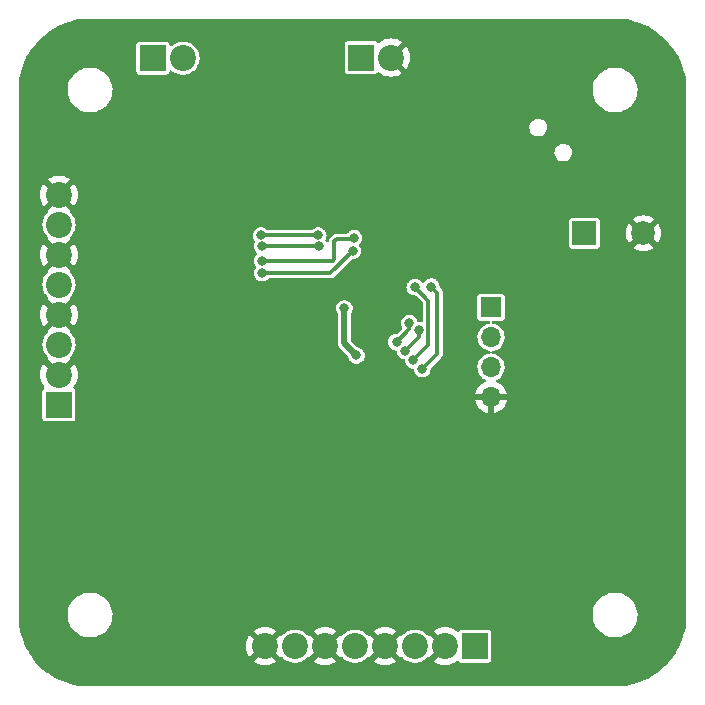
<source format=gbl>
G04 #@! TF.GenerationSoftware,KiCad,Pcbnew,(6.0.7)*
G04 #@! TF.CreationDate,2023-06-27T13:09:13-07:00*
G04 #@! TF.ProjectId,OBC-Attempt-5_Matcha_2_Layer_3,4f42432d-4174-4746-956d-70742d355f4d,rev?*
G04 #@! TF.SameCoordinates,Original*
G04 #@! TF.FileFunction,Copper,L2,Bot*
G04 #@! TF.FilePolarity,Positive*
%FSLAX46Y46*%
G04 Gerber Fmt 4.6, Leading zero omitted, Abs format (unit mm)*
G04 Created by KiCad (PCBNEW (6.0.7)) date 2023-06-27 13:09:13*
%MOMM*%
%LPD*%
G01*
G04 APERTURE LIST*
G04 #@! TA.AperFunction,ComponentPad*
%ADD10R,2.200000X2.200000*%
G04 #@! TD*
G04 #@! TA.AperFunction,ComponentPad*
%ADD11C,2.200000*%
G04 #@! TD*
G04 #@! TA.AperFunction,ComponentPad*
%ADD12R,2.000000X2.000000*%
G04 #@! TD*
G04 #@! TA.AperFunction,ComponentPad*
%ADD13C,2.000000*%
G04 #@! TD*
G04 #@! TA.AperFunction,ComponentPad*
%ADD14R,1.700000X1.700000*%
G04 #@! TD*
G04 #@! TA.AperFunction,ComponentPad*
%ADD15O,1.700000X1.700000*%
G04 #@! TD*
G04 #@! TA.AperFunction,ViaPad*
%ADD16C,0.800000*%
G04 #@! TD*
G04 #@! TA.AperFunction,Conductor*
%ADD17C,0.500000*%
G04 #@! TD*
G04 #@! TA.AperFunction,Conductor*
%ADD18C,0.300000*%
G04 #@! TD*
G04 APERTURE END LIST*
D10*
X37080000Y-29060000D03*
D11*
X39620000Y-29060000D03*
D12*
X73610000Y-43880000D03*
D13*
X78610000Y-43880000D03*
D14*
X65700000Y-50150000D03*
D15*
X65700000Y-52690000D03*
X65700000Y-55230000D03*
X65700000Y-57770000D03*
D10*
X29120000Y-58390000D03*
D11*
X29120000Y-55850000D03*
X29120000Y-53310000D03*
X29120000Y-50770000D03*
X29120000Y-48230000D03*
X29120000Y-45690000D03*
X29120000Y-43150000D03*
X29120000Y-40610000D03*
D10*
X64330400Y-78836600D03*
D11*
X61790400Y-78836600D03*
X59250400Y-78836600D03*
X56710400Y-78836600D03*
X54170400Y-78836600D03*
X51630400Y-78836600D03*
X49090400Y-78836600D03*
X46550400Y-78836600D03*
D10*
X54700000Y-29000000D03*
D11*
X57240000Y-29000000D03*
D16*
X59790000Y-31620000D03*
X50030000Y-30830000D03*
X64100000Y-73250000D03*
X76510000Y-57420000D03*
X55650000Y-56240000D03*
X58360000Y-65990000D03*
X57150000Y-36840000D03*
X41950000Y-38960000D03*
X50890000Y-30850000D03*
X65580000Y-66080000D03*
X42030000Y-53160000D03*
X62610000Y-35770000D03*
X43780000Y-32550000D03*
X34900000Y-51720000D03*
X61750000Y-48250000D03*
X52280000Y-37560000D03*
X44370000Y-66110000D03*
X52140000Y-56260000D03*
X56950000Y-73250000D03*
X34900000Y-58790000D03*
X54120000Y-47040000D03*
X63130000Y-37690000D03*
X64190000Y-34010000D03*
X62570000Y-41030000D03*
X49840000Y-73240000D03*
X54070000Y-40880000D03*
X51380000Y-51200000D03*
X43270000Y-34520000D03*
X41980000Y-60270000D03*
X67970000Y-41070000D03*
X65600000Y-38480000D03*
X53420000Y-57260000D03*
X42750000Y-73280000D03*
X49620000Y-48850000D03*
X44160000Y-37610000D03*
X53350000Y-56260000D03*
X56860000Y-39770000D03*
X57920000Y-35840000D03*
X49250000Y-41160000D03*
X63370000Y-50570000D03*
X34870000Y-37510000D03*
X50950000Y-49790000D03*
X70220000Y-39740000D03*
X34870000Y-44620000D03*
X41960000Y-46030000D03*
X51230000Y-66120000D03*
X54310000Y-54230000D03*
X53290000Y-50240000D03*
X51161063Y-44992016D03*
X46320206Y-44992101D03*
X54090000Y-44290000D03*
X46330000Y-46210000D03*
X51070000Y-44070000D03*
X46230000Y-44070000D03*
X53980000Y-45390000D03*
X46340000Y-47260000D03*
X57700000Y-53090000D03*
X58789699Y-51496801D03*
X59890000Y-55360000D03*
X60650000Y-48390000D03*
X58410000Y-53840000D03*
X59580000Y-52080000D03*
X59130000Y-54640000D03*
X59250000Y-48440000D03*
D17*
X53290000Y-50240000D02*
X53290000Y-53210000D01*
X53290000Y-53210000D02*
X54310000Y-54230000D01*
D18*
X51161063Y-44992016D02*
X46320291Y-44992016D01*
X46320291Y-44992016D02*
X46320206Y-44992101D01*
X54020000Y-44360000D02*
X52630000Y-44360000D01*
X54090000Y-44290000D02*
X54020000Y-44360000D01*
X52420000Y-46080000D02*
X52290000Y-46210000D01*
X52630000Y-44360000D02*
X52420000Y-44570000D01*
X52290000Y-46210000D02*
X46330000Y-46210000D01*
X52420000Y-44570000D02*
X52420000Y-46080000D01*
X51070000Y-44070000D02*
X46230000Y-44070000D01*
X53980000Y-45390000D02*
X52110000Y-47260000D01*
X52110000Y-47260000D02*
X46340000Y-47260000D01*
X58789699Y-52000301D02*
X57700000Y-53090000D01*
X58789699Y-51496801D02*
X58789699Y-52000301D01*
X61170000Y-48910000D02*
X61170000Y-53670000D01*
X60650000Y-48390000D02*
X61170000Y-48910000D01*
X61170000Y-53670000D02*
X61170000Y-54080000D01*
X61170000Y-54080000D02*
X59890000Y-55360000D01*
X59580000Y-52670000D02*
X58410000Y-53840000D01*
X59580000Y-52080000D02*
X59580000Y-52670000D01*
X60400000Y-53370000D02*
X59130000Y-54640000D01*
X60400000Y-52810000D02*
X60400000Y-53370000D01*
X59250000Y-48440000D02*
X60400000Y-49590000D01*
X60400000Y-49590000D02*
X60400000Y-52810000D01*
G04 #@! TA.AperFunction,Conductor*
G36*
X76184563Y-25702414D02*
G01*
X76200000Y-25705136D01*
X76210855Y-25703222D01*
X76215141Y-25703222D01*
X76235011Y-25701876D01*
X76669688Y-25718955D01*
X76679550Y-25719731D01*
X77141438Y-25774398D01*
X77151210Y-25775946D01*
X77607374Y-25866683D01*
X77616995Y-25868993D01*
X78064631Y-25995240D01*
X78074040Y-25998297D01*
X78510400Y-26159278D01*
X78519537Y-26163063D01*
X78941926Y-26357786D01*
X78950741Y-26362278D01*
X79356530Y-26589531D01*
X79364966Y-26594700D01*
X79751696Y-26853105D01*
X79759685Y-26858909D01*
X80124964Y-27146872D01*
X80132467Y-27153280D01*
X80385753Y-27387416D01*
X80474007Y-27468998D01*
X80481002Y-27475993D01*
X80796720Y-27817533D01*
X80803128Y-27825036D01*
X81091085Y-28190307D01*
X81096895Y-28198304D01*
X81099741Y-28202563D01*
X81355300Y-28585034D01*
X81360469Y-28593470D01*
X81587722Y-28999259D01*
X81592213Y-29008072D01*
X81750695Y-29351846D01*
X81786936Y-29430460D01*
X81790722Y-29439600D01*
X81951703Y-29875960D01*
X81954760Y-29885369D01*
X82081007Y-30333005D01*
X82083317Y-30342626D01*
X82174054Y-30798790D01*
X82175602Y-30808562D01*
X82230269Y-31270450D01*
X82231045Y-31280312D01*
X82248124Y-31714989D01*
X82246778Y-31734859D01*
X82246778Y-31739145D01*
X82244864Y-31750000D01*
X82246778Y-31760855D01*
X82247586Y-31765437D01*
X82249500Y-31787317D01*
X82249500Y-76162683D01*
X82247586Y-76184563D01*
X82244864Y-76200000D01*
X82246778Y-76210855D01*
X82246778Y-76215141D01*
X82248124Y-76235011D01*
X82231045Y-76669688D01*
X82230269Y-76679550D01*
X82175602Y-77141438D01*
X82174054Y-77151210D01*
X82083317Y-77607374D01*
X82081007Y-77616995D01*
X81954760Y-78064631D01*
X81951703Y-78074040D01*
X81790722Y-78510400D01*
X81786937Y-78519537D01*
X81592214Y-78941926D01*
X81587722Y-78950741D01*
X81360469Y-79356530D01*
X81355300Y-79364966D01*
X81343115Y-79383202D01*
X81099764Y-79747403D01*
X81096900Y-79751689D01*
X81091091Y-79759685D01*
X80803128Y-80124964D01*
X80796720Y-80132467D01*
X80664349Y-80275664D01*
X80481002Y-80474007D01*
X80474007Y-80481002D01*
X80132467Y-80796720D01*
X80124964Y-80803128D01*
X79759685Y-81091091D01*
X79751696Y-81096895D01*
X79444313Y-81302282D01*
X79364966Y-81355300D01*
X79356530Y-81360469D01*
X78950741Y-81587722D01*
X78941928Y-81592213D01*
X78657669Y-81723258D01*
X78519540Y-81786936D01*
X78510400Y-81790722D01*
X78074040Y-81951703D01*
X78064631Y-81954760D01*
X77616995Y-82081007D01*
X77607374Y-82083317D01*
X77151210Y-82174054D01*
X77141438Y-82175602D01*
X76679550Y-82230269D01*
X76669688Y-82231045D01*
X76235011Y-82248124D01*
X76215141Y-82246778D01*
X76210855Y-82246778D01*
X76200000Y-82244864D01*
X76189145Y-82246778D01*
X76184563Y-82247586D01*
X76162683Y-82249500D01*
X31784691Y-82249500D01*
X31764330Y-82247844D01*
X31762754Y-82247586D01*
X31746272Y-82244887D01*
X31735438Y-82246934D01*
X31730956Y-82246989D01*
X31711327Y-82248554D01*
X31527387Y-82243464D01*
X31275224Y-82236487D01*
X31265200Y-82235809D01*
X31077565Y-82215575D01*
X30801613Y-82185816D01*
X30791692Y-82184343D01*
X30333571Y-82097573D01*
X30323780Y-82095311D01*
X29874038Y-81972318D01*
X29864466Y-81969286D01*
X29425918Y-81810836D01*
X29416646Y-81807061D01*
X28992142Y-81614186D01*
X28983181Y-81609676D01*
X28654586Y-81427494D01*
X28575383Y-81383582D01*
X28566798Y-81378364D01*
X28178329Y-81120511D01*
X28170186Y-81114625D01*
X28140213Y-81091085D01*
X27803490Y-80826632D01*
X27795848Y-80820122D01*
X27453264Y-80503829D01*
X27446165Y-80496730D01*
X27431645Y-80481002D01*
X27129873Y-80154146D01*
X27123362Y-80146504D01*
X27123358Y-80146498D01*
X27119818Y-80141990D01*
X45609840Y-80141990D01*
X45615567Y-80149640D01*
X45813906Y-80271183D01*
X45822700Y-80275664D01*
X46047391Y-80368734D01*
X46056776Y-80371783D01*
X46293263Y-80428559D01*
X46303010Y-80430102D01*
X46545470Y-80449184D01*
X46555330Y-80449184D01*
X46797790Y-80430102D01*
X46807537Y-80428559D01*
X47044024Y-80371783D01*
X47053409Y-80368734D01*
X47278100Y-80275664D01*
X47286894Y-80271183D01*
X47481567Y-80151887D01*
X47491027Y-80141430D01*
X47487244Y-80132654D01*
X46563212Y-79208622D01*
X46549268Y-79201008D01*
X46547435Y-79201139D01*
X46540820Y-79205390D01*
X45616600Y-80129610D01*
X45609840Y-80141990D01*
X27119818Y-80141990D01*
X26835373Y-79779812D01*
X26829489Y-79771671D01*
X26821539Y-79759693D01*
X26571636Y-79383202D01*
X26566418Y-79374617D01*
X26340328Y-78966826D01*
X26335811Y-78957851D01*
X26332581Y-78950741D01*
X26282960Y-78841530D01*
X44937816Y-78841530D01*
X44956898Y-79083990D01*
X44958441Y-79093737D01*
X45015217Y-79330224D01*
X45018266Y-79339609D01*
X45111336Y-79564300D01*
X45115817Y-79573094D01*
X45235113Y-79767767D01*
X45245570Y-79777227D01*
X45254346Y-79773444D01*
X46178378Y-78849412D01*
X46184756Y-78837732D01*
X46914808Y-78837732D01*
X46914939Y-78839565D01*
X46919190Y-78846180D01*
X47843410Y-79770400D01*
X47855790Y-79777160D01*
X47880992Y-79758294D01*
X47947512Y-79733483D01*
X48016886Y-79748574D01*
X48051738Y-79776664D01*
X48107163Y-79840648D01*
X48284353Y-79987754D01*
X48483190Y-80103945D01*
X48488015Y-80105787D01*
X48488016Y-80105788D01*
X48519920Y-80117971D01*
X48698334Y-80186101D01*
X48703400Y-80187132D01*
X48703401Y-80187132D01*
X48734923Y-80193545D01*
X48924007Y-80232014D01*
X49053752Y-80236772D01*
X49148985Y-80240264D01*
X49148989Y-80240264D01*
X49154149Y-80240453D01*
X49159269Y-80239797D01*
X49159271Y-80239797D01*
X49233602Y-80230275D01*
X49382578Y-80211191D01*
X49387526Y-80209706D01*
X49387533Y-80209705D01*
X49598211Y-80146498D01*
X49598210Y-80146498D01*
X49603161Y-80145013D01*
X49609332Y-80141990D01*
X50689840Y-80141990D01*
X50695567Y-80149640D01*
X50893906Y-80271183D01*
X50902700Y-80275664D01*
X51127391Y-80368734D01*
X51136776Y-80371783D01*
X51373263Y-80428559D01*
X51383010Y-80430102D01*
X51625470Y-80449184D01*
X51635330Y-80449184D01*
X51877790Y-80430102D01*
X51887537Y-80428559D01*
X52124024Y-80371783D01*
X52133409Y-80368734D01*
X52358100Y-80275664D01*
X52366894Y-80271183D01*
X52561567Y-80151887D01*
X52571027Y-80141430D01*
X52567244Y-80132654D01*
X51643212Y-79208622D01*
X51629268Y-79201008D01*
X51627435Y-79201139D01*
X51620820Y-79205390D01*
X50696600Y-80129610D01*
X50689840Y-80141990D01*
X49609332Y-80141990D01*
X49809974Y-80043696D01*
X49997462Y-79909963D01*
X50001117Y-79906321D01*
X50001125Y-79906314D01*
X50138661Y-79769256D01*
X50201032Y-79735339D01*
X50271839Y-79740527D01*
X50312134Y-79765071D01*
X50325570Y-79777227D01*
X50334346Y-79773444D01*
X51258378Y-78849412D01*
X51264756Y-78837732D01*
X51994808Y-78837732D01*
X51994939Y-78839565D01*
X51999190Y-78846180D01*
X52923410Y-79770400D01*
X52935790Y-79777160D01*
X52960992Y-79758294D01*
X53027512Y-79733483D01*
X53096886Y-79748574D01*
X53131738Y-79776664D01*
X53187163Y-79840648D01*
X53364353Y-79987754D01*
X53563190Y-80103945D01*
X53568015Y-80105787D01*
X53568016Y-80105788D01*
X53599920Y-80117971D01*
X53778334Y-80186101D01*
X53783400Y-80187132D01*
X53783401Y-80187132D01*
X53814923Y-80193545D01*
X54004007Y-80232014D01*
X54133752Y-80236772D01*
X54228985Y-80240264D01*
X54228989Y-80240264D01*
X54234149Y-80240453D01*
X54239269Y-80239797D01*
X54239271Y-80239797D01*
X54313602Y-80230275D01*
X54462578Y-80211191D01*
X54467526Y-80209706D01*
X54467533Y-80209705D01*
X54678211Y-80146498D01*
X54678210Y-80146498D01*
X54683161Y-80145013D01*
X54689332Y-80141990D01*
X55769840Y-80141990D01*
X55775567Y-80149640D01*
X55973906Y-80271183D01*
X55982700Y-80275664D01*
X56207391Y-80368734D01*
X56216776Y-80371783D01*
X56453263Y-80428559D01*
X56463010Y-80430102D01*
X56705470Y-80449184D01*
X56715330Y-80449184D01*
X56957790Y-80430102D01*
X56967537Y-80428559D01*
X57204024Y-80371783D01*
X57213409Y-80368734D01*
X57438100Y-80275664D01*
X57446894Y-80271183D01*
X57641567Y-80151887D01*
X57651027Y-80141430D01*
X57647244Y-80132654D01*
X56723212Y-79208622D01*
X56709268Y-79201008D01*
X56707435Y-79201139D01*
X56700820Y-79205390D01*
X55776600Y-80129610D01*
X55769840Y-80141990D01*
X54689332Y-80141990D01*
X54889974Y-80043696D01*
X55077462Y-79909963D01*
X55081117Y-79906321D01*
X55081125Y-79906314D01*
X55218661Y-79769256D01*
X55281032Y-79735339D01*
X55351839Y-79740527D01*
X55392134Y-79765071D01*
X55405570Y-79777227D01*
X55414346Y-79773444D01*
X56338378Y-78849412D01*
X56344756Y-78837732D01*
X57074808Y-78837732D01*
X57074939Y-78839565D01*
X57079190Y-78846180D01*
X58003410Y-79770400D01*
X58015790Y-79777160D01*
X58040992Y-79758294D01*
X58107512Y-79733483D01*
X58176886Y-79748574D01*
X58211738Y-79776664D01*
X58267163Y-79840648D01*
X58444353Y-79987754D01*
X58643190Y-80103945D01*
X58648015Y-80105787D01*
X58648016Y-80105788D01*
X58679920Y-80117971D01*
X58858334Y-80186101D01*
X58863400Y-80187132D01*
X58863401Y-80187132D01*
X58894923Y-80193545D01*
X59084007Y-80232014D01*
X59213752Y-80236772D01*
X59308985Y-80240264D01*
X59308989Y-80240264D01*
X59314149Y-80240453D01*
X59319269Y-80239797D01*
X59319271Y-80239797D01*
X59393602Y-80230275D01*
X59542578Y-80211191D01*
X59547526Y-80209706D01*
X59547533Y-80209705D01*
X59758211Y-80146498D01*
X59758210Y-80146498D01*
X59763161Y-80145013D01*
X59969974Y-80043696D01*
X60157462Y-79909963D01*
X60161117Y-79906321D01*
X60161125Y-79906314D01*
X60298661Y-79769256D01*
X60361032Y-79735339D01*
X60431839Y-79740527D01*
X60472134Y-79765071D01*
X60485570Y-79777227D01*
X60494346Y-79773444D01*
X61418378Y-78849412D01*
X61425992Y-78835468D01*
X61425861Y-78833635D01*
X61421610Y-78827020D01*
X60497390Y-77902800D01*
X60485011Y-77896040D01*
X60459575Y-77915081D01*
X60393054Y-77939891D01*
X60323680Y-77924799D01*
X60290873Y-77899012D01*
X60212290Y-77812651D01*
X60212289Y-77812650D01*
X60208812Y-77808829D01*
X60204761Y-77805630D01*
X60204757Y-77805626D01*
X60032135Y-77669297D01*
X60032130Y-77669293D01*
X60028081Y-77666096D01*
X60023565Y-77663603D01*
X60023562Y-77663601D01*
X59830989Y-77557295D01*
X59830985Y-77557293D01*
X59826465Y-77554798D01*
X59821596Y-77553074D01*
X59821592Y-77553072D01*
X59761437Y-77531770D01*
X60849773Y-77531770D01*
X60853556Y-77540546D01*
X62060515Y-78747505D01*
X62094541Y-78809817D01*
X62089476Y-78880632D01*
X62060515Y-78925695D01*
X60856600Y-80129610D01*
X60849840Y-80141990D01*
X60855567Y-80149640D01*
X61053906Y-80271183D01*
X61062700Y-80275664D01*
X61287391Y-80368734D01*
X61296776Y-80371783D01*
X61533263Y-80428559D01*
X61543010Y-80430102D01*
X61785470Y-80449184D01*
X61795330Y-80449184D01*
X62037790Y-80430102D01*
X62047537Y-80428559D01*
X62284024Y-80371783D01*
X62293409Y-80368734D01*
X62518100Y-80275664D01*
X62526894Y-80271183D01*
X62734267Y-80144104D01*
X62742240Y-80138312D01*
X62798675Y-80090111D01*
X62863465Y-80061080D01*
X62933665Y-80071685D01*
X62978336Y-80109473D01*
X62978461Y-80109753D01*
X62986692Y-80117970D01*
X62986693Y-80117971D01*
X63015270Y-80146498D01*
X63057687Y-80188841D01*
X63068324Y-80193544D01*
X63068326Y-80193545D01*
X63108241Y-80211191D01*
X63160073Y-80234106D01*
X63185754Y-80237100D01*
X65475046Y-80237100D01*
X65478750Y-80236659D01*
X65478753Y-80236659D01*
X65486146Y-80235779D01*
X65501246Y-80233982D01*
X65555902Y-80209705D01*
X65592918Y-80193263D01*
X65603553Y-80188539D01*
X65682641Y-80109313D01*
X65691131Y-80090111D01*
X65724075Y-80015592D01*
X65727906Y-80006927D01*
X65730900Y-79981246D01*
X65730900Y-77691954D01*
X65727782Y-77665754D01*
X65719650Y-77647445D01*
X65687063Y-77574082D01*
X65682339Y-77563447D01*
X65662448Y-77543590D01*
X65640131Y-77521313D01*
X65603113Y-77484359D01*
X65592476Y-77479656D01*
X65592474Y-77479655D01*
X65532938Y-77453335D01*
X65500727Y-77439094D01*
X65475046Y-77436100D01*
X63185754Y-77436100D01*
X63182050Y-77436541D01*
X63182047Y-77436541D01*
X63174654Y-77437421D01*
X63159554Y-77439218D01*
X63150914Y-77443056D01*
X63150913Y-77443056D01*
X63068517Y-77479655D01*
X63057247Y-77484661D01*
X63049028Y-77492894D01*
X63049027Y-77492895D01*
X63044078Y-77497853D01*
X62978159Y-77563887D01*
X62978001Y-77563729D01*
X62929473Y-77603360D01*
X62858935Y-77611410D01*
X62798666Y-77583080D01*
X62742247Y-77534893D01*
X62734267Y-77529096D01*
X62526894Y-77402017D01*
X62518100Y-77397536D01*
X62293409Y-77304466D01*
X62284024Y-77301417D01*
X62047537Y-77244641D01*
X62037790Y-77243098D01*
X61795330Y-77224016D01*
X61785470Y-77224016D01*
X61543010Y-77243098D01*
X61533263Y-77244641D01*
X61296776Y-77301417D01*
X61287391Y-77304466D01*
X61062700Y-77397536D01*
X61053906Y-77402017D01*
X60859233Y-77521313D01*
X60849773Y-77531770D01*
X59761437Y-77531770D01*
X59614253Y-77479649D01*
X59614249Y-77479648D01*
X59609378Y-77477923D01*
X59604285Y-77477016D01*
X59604282Y-77477015D01*
X59508107Y-77459884D01*
X59382650Y-77437537D01*
X59296202Y-77436481D01*
X59157541Y-77434786D01*
X59157539Y-77434786D01*
X59152371Y-77434723D01*
X58924725Y-77469558D01*
X58705824Y-77541106D01*
X58501549Y-77647445D01*
X58317384Y-77785719D01*
X58313810Y-77789459D01*
X58205481Y-77902820D01*
X58143957Y-77938250D01*
X58073045Y-77934793D01*
X58029854Y-77909204D01*
X58015230Y-77895973D01*
X58006454Y-77899756D01*
X57082422Y-78823788D01*
X57074808Y-78837732D01*
X56344756Y-78837732D01*
X56345992Y-78835468D01*
X56345861Y-78833635D01*
X56341610Y-78827020D01*
X55417390Y-77902800D01*
X55405011Y-77896040D01*
X55379575Y-77915081D01*
X55313054Y-77939891D01*
X55243680Y-77924799D01*
X55210873Y-77899012D01*
X55132290Y-77812651D01*
X55132289Y-77812650D01*
X55128812Y-77808829D01*
X55124761Y-77805630D01*
X55124757Y-77805626D01*
X54952135Y-77669297D01*
X54952130Y-77669293D01*
X54948081Y-77666096D01*
X54943565Y-77663603D01*
X54943562Y-77663601D01*
X54750989Y-77557295D01*
X54750985Y-77557293D01*
X54746465Y-77554798D01*
X54741596Y-77553074D01*
X54741592Y-77553072D01*
X54681437Y-77531770D01*
X55769773Y-77531770D01*
X55773556Y-77540546D01*
X56697588Y-78464578D01*
X56711532Y-78472192D01*
X56713365Y-78472061D01*
X56719980Y-78467810D01*
X57644200Y-77543590D01*
X57650960Y-77531210D01*
X57645233Y-77523560D01*
X57446894Y-77402017D01*
X57438100Y-77397536D01*
X57213409Y-77304466D01*
X57204024Y-77301417D01*
X56967537Y-77244641D01*
X56957790Y-77243098D01*
X56715330Y-77224016D01*
X56705470Y-77224016D01*
X56463010Y-77243098D01*
X56453263Y-77244641D01*
X56216776Y-77301417D01*
X56207391Y-77304466D01*
X55982700Y-77397536D01*
X55973906Y-77402017D01*
X55779233Y-77521313D01*
X55769773Y-77531770D01*
X54681437Y-77531770D01*
X54534253Y-77479649D01*
X54534249Y-77479648D01*
X54529378Y-77477923D01*
X54524285Y-77477016D01*
X54524282Y-77477015D01*
X54428107Y-77459884D01*
X54302650Y-77437537D01*
X54216202Y-77436481D01*
X54077541Y-77434786D01*
X54077539Y-77434786D01*
X54072371Y-77434723D01*
X53844725Y-77469558D01*
X53625824Y-77541106D01*
X53421549Y-77647445D01*
X53237384Y-77785719D01*
X53233810Y-77789459D01*
X53125481Y-77902820D01*
X53063957Y-77938250D01*
X52993045Y-77934793D01*
X52949854Y-77909204D01*
X52935230Y-77895973D01*
X52926454Y-77899756D01*
X52002422Y-78823788D01*
X51994808Y-78837732D01*
X51264756Y-78837732D01*
X51265992Y-78835468D01*
X51265861Y-78833635D01*
X51261610Y-78827020D01*
X50337390Y-77902800D01*
X50325011Y-77896040D01*
X50299575Y-77915081D01*
X50233054Y-77939891D01*
X50163680Y-77924799D01*
X50130873Y-77899012D01*
X50052290Y-77812651D01*
X50052289Y-77812650D01*
X50048812Y-77808829D01*
X50044761Y-77805630D01*
X50044757Y-77805626D01*
X49872135Y-77669297D01*
X49872130Y-77669293D01*
X49868081Y-77666096D01*
X49863565Y-77663603D01*
X49863562Y-77663601D01*
X49670989Y-77557295D01*
X49670985Y-77557293D01*
X49666465Y-77554798D01*
X49661596Y-77553074D01*
X49661592Y-77553072D01*
X49601437Y-77531770D01*
X50689773Y-77531770D01*
X50693556Y-77540546D01*
X51617588Y-78464578D01*
X51631532Y-78472192D01*
X51633365Y-78472061D01*
X51639980Y-78467810D01*
X52564200Y-77543590D01*
X52570960Y-77531210D01*
X52565233Y-77523560D01*
X52366894Y-77402017D01*
X52358100Y-77397536D01*
X52133409Y-77304466D01*
X52124024Y-77301417D01*
X51887537Y-77244641D01*
X51877790Y-77243098D01*
X51635330Y-77224016D01*
X51625470Y-77224016D01*
X51383010Y-77243098D01*
X51373263Y-77244641D01*
X51136776Y-77301417D01*
X51127391Y-77304466D01*
X50902700Y-77397536D01*
X50893906Y-77402017D01*
X50699233Y-77521313D01*
X50689773Y-77531770D01*
X49601437Y-77531770D01*
X49454253Y-77479649D01*
X49454249Y-77479648D01*
X49449378Y-77477923D01*
X49444285Y-77477016D01*
X49444282Y-77477015D01*
X49348107Y-77459884D01*
X49222650Y-77437537D01*
X49136202Y-77436481D01*
X48997541Y-77434786D01*
X48997539Y-77434786D01*
X48992371Y-77434723D01*
X48764725Y-77469558D01*
X48545824Y-77541106D01*
X48341549Y-77647445D01*
X48157384Y-77785719D01*
X48153810Y-77789459D01*
X48045481Y-77902820D01*
X47983957Y-77938250D01*
X47913045Y-77934793D01*
X47869854Y-77909204D01*
X47855230Y-77895973D01*
X47846454Y-77899756D01*
X46922422Y-78823788D01*
X46914808Y-78837732D01*
X46184756Y-78837732D01*
X46185992Y-78835468D01*
X46185861Y-78833635D01*
X46181610Y-78827020D01*
X45257390Y-77902800D01*
X45245010Y-77896040D01*
X45237360Y-77901767D01*
X45115817Y-78100106D01*
X45111336Y-78108900D01*
X45018266Y-78333591D01*
X45015217Y-78342976D01*
X44958441Y-78579463D01*
X44956898Y-78589210D01*
X44937816Y-78831670D01*
X44937816Y-78841530D01*
X26282960Y-78841530D01*
X26142939Y-78533354D01*
X26139164Y-78524082D01*
X25980714Y-78085534D01*
X25977682Y-78075962D01*
X25854689Y-77626220D01*
X25852427Y-77616431D01*
X25824913Y-77471165D01*
X25765657Y-77158308D01*
X25764183Y-77148379D01*
X25763965Y-77146350D01*
X25734425Y-76872435D01*
X25714191Y-76684800D01*
X25713513Y-76674776D01*
X25701572Y-76243233D01*
X29844906Y-76243233D01*
X29871102Y-76517792D01*
X29872187Y-76522226D01*
X29872188Y-76522232D01*
X29910684Y-76679550D01*
X29936657Y-76785694D01*
X30040199Y-77041326D01*
X30042500Y-77045256D01*
X30042503Y-77045262D01*
X30177255Y-77275403D01*
X30177260Y-77275410D01*
X30179558Y-77279335D01*
X30182405Y-77282895D01*
X30339759Y-77479655D01*
X30351816Y-77494732D01*
X30355157Y-77497853D01*
X30534894Y-77665754D01*
X30553364Y-77683008D01*
X30779979Y-77840216D01*
X30784055Y-77842244D01*
X30784057Y-77842245D01*
X31022827Y-77961032D01*
X31022830Y-77961033D01*
X31026914Y-77963065D01*
X31288998Y-78048980D01*
X31293489Y-78049760D01*
X31293490Y-78049760D01*
X31556957Y-78095506D01*
X31556965Y-78095507D01*
X31560738Y-78096162D01*
X31564575Y-78096353D01*
X31646305Y-78100422D01*
X31646313Y-78100422D01*
X31647876Y-78100500D01*
X31820070Y-78100500D01*
X31822338Y-78100335D01*
X31822350Y-78100335D01*
X31956603Y-78090594D01*
X32025083Y-78085625D01*
X32029538Y-78084641D01*
X32029541Y-78084641D01*
X32289947Y-78027148D01*
X32289950Y-78027147D01*
X32294403Y-78026164D01*
X32552319Y-77928449D01*
X32610667Y-77896040D01*
X32789435Y-77796743D01*
X32789436Y-77796742D01*
X32793428Y-77794525D01*
X32936143Y-77685608D01*
X33009046Y-77629970D01*
X33009047Y-77629969D01*
X33012678Y-77627198D01*
X33015873Y-77623930D01*
X33105965Y-77531770D01*
X45609773Y-77531770D01*
X45613556Y-77540546D01*
X46537588Y-78464578D01*
X46551532Y-78472192D01*
X46553365Y-78472061D01*
X46559980Y-78467810D01*
X47484200Y-77543590D01*
X47490960Y-77531210D01*
X47485233Y-77523560D01*
X47286894Y-77402017D01*
X47278100Y-77397536D01*
X47053409Y-77304466D01*
X47044024Y-77301417D01*
X46807537Y-77244641D01*
X46797790Y-77243098D01*
X46555330Y-77224016D01*
X46545470Y-77224016D01*
X46303010Y-77243098D01*
X46293263Y-77244641D01*
X46056776Y-77301417D01*
X46047391Y-77304466D01*
X45822700Y-77397536D01*
X45813906Y-77402017D01*
X45619233Y-77521313D01*
X45609773Y-77531770D01*
X33105965Y-77531770D01*
X33202283Y-77433242D01*
X33202287Y-77433237D01*
X33205477Y-77429974D01*
X33208166Y-77426280D01*
X33365100Y-77210676D01*
X33365102Y-77210673D01*
X33367787Y-77206984D01*
X33496206Y-76962899D01*
X33588045Y-76702832D01*
X33624516Y-76517792D01*
X33640499Y-76436704D01*
X33640500Y-76436698D01*
X33641380Y-76432232D01*
X33641607Y-76427676D01*
X33650790Y-76243233D01*
X74294906Y-76243233D01*
X74321102Y-76517792D01*
X74322187Y-76522226D01*
X74322188Y-76522232D01*
X74360684Y-76679550D01*
X74386657Y-76785694D01*
X74490199Y-77041326D01*
X74492500Y-77045256D01*
X74492503Y-77045262D01*
X74627255Y-77275403D01*
X74627260Y-77275410D01*
X74629558Y-77279335D01*
X74632405Y-77282895D01*
X74789759Y-77479655D01*
X74801816Y-77494732D01*
X74805157Y-77497853D01*
X74984894Y-77665754D01*
X75003364Y-77683008D01*
X75229979Y-77840216D01*
X75234055Y-77842244D01*
X75234057Y-77842245D01*
X75472827Y-77961032D01*
X75472830Y-77961033D01*
X75476914Y-77963065D01*
X75738998Y-78048980D01*
X75743489Y-78049760D01*
X75743490Y-78049760D01*
X76006957Y-78095506D01*
X76006965Y-78095507D01*
X76010738Y-78096162D01*
X76014575Y-78096353D01*
X76096305Y-78100422D01*
X76096313Y-78100422D01*
X76097876Y-78100500D01*
X76270070Y-78100500D01*
X76272338Y-78100335D01*
X76272350Y-78100335D01*
X76406603Y-78090594D01*
X76475083Y-78085625D01*
X76479538Y-78084641D01*
X76479541Y-78084641D01*
X76739947Y-78027148D01*
X76739950Y-78027147D01*
X76744403Y-78026164D01*
X77002319Y-77928449D01*
X77060667Y-77896040D01*
X77239435Y-77796743D01*
X77239436Y-77796742D01*
X77243428Y-77794525D01*
X77386143Y-77685608D01*
X77459046Y-77629970D01*
X77459047Y-77629969D01*
X77462678Y-77627198D01*
X77465873Y-77623930D01*
X77652283Y-77433242D01*
X77652287Y-77433237D01*
X77655477Y-77429974D01*
X77658166Y-77426280D01*
X77815100Y-77210676D01*
X77815102Y-77210673D01*
X77817787Y-77206984D01*
X77946206Y-76962899D01*
X78038045Y-76702832D01*
X78074516Y-76517792D01*
X78090499Y-76436704D01*
X78090500Y-76436698D01*
X78091380Y-76432232D01*
X78091607Y-76427676D01*
X78104867Y-76161336D01*
X78104867Y-76161330D01*
X78105094Y-76156767D01*
X78078898Y-75882208D01*
X78013343Y-75614306D01*
X77909801Y-75358674D01*
X77907500Y-75354744D01*
X77907497Y-75354738D01*
X77772745Y-75124597D01*
X77772740Y-75124590D01*
X77770442Y-75120665D01*
X77652927Y-74973720D01*
X77601036Y-74908834D01*
X77601035Y-74908833D01*
X77598184Y-74905268D01*
X77396636Y-74716992D01*
X77170021Y-74559784D01*
X76992667Y-74471551D01*
X76927173Y-74438968D01*
X76927170Y-74438967D01*
X76923086Y-74436935D01*
X76661002Y-74351020D01*
X76656510Y-74350240D01*
X76393043Y-74304494D01*
X76393035Y-74304493D01*
X76389262Y-74303838D01*
X76379029Y-74303329D01*
X76303695Y-74299578D01*
X76303687Y-74299578D01*
X76302124Y-74299500D01*
X76129930Y-74299500D01*
X76127662Y-74299665D01*
X76127650Y-74299665D01*
X75993397Y-74309406D01*
X75924917Y-74314375D01*
X75920462Y-74315359D01*
X75920459Y-74315359D01*
X75660053Y-74372852D01*
X75660050Y-74372853D01*
X75655597Y-74373836D01*
X75397681Y-74471551D01*
X75156572Y-74605475D01*
X74937322Y-74772802D01*
X74934129Y-74776068D01*
X74934127Y-74776070D01*
X74747717Y-74966758D01*
X74747713Y-74966763D01*
X74744523Y-74970026D01*
X74582213Y-75193016D01*
X74453794Y-75437101D01*
X74361955Y-75697168D01*
X74361075Y-75701634D01*
X74324587Y-75886760D01*
X74308620Y-75967768D01*
X74308393Y-75972322D01*
X74308393Y-75972324D01*
X74295808Y-76225118D01*
X74294906Y-76243233D01*
X33650790Y-76243233D01*
X33654867Y-76161336D01*
X33654867Y-76161330D01*
X33655094Y-76156767D01*
X33628898Y-75882208D01*
X33563343Y-75614306D01*
X33459801Y-75358674D01*
X33457500Y-75354744D01*
X33457497Y-75354738D01*
X33322745Y-75124597D01*
X33322740Y-75124590D01*
X33320442Y-75120665D01*
X33202927Y-74973720D01*
X33151036Y-74908834D01*
X33151035Y-74908833D01*
X33148184Y-74905268D01*
X32946636Y-74716992D01*
X32720021Y-74559784D01*
X32542667Y-74471551D01*
X32477173Y-74438968D01*
X32477170Y-74438967D01*
X32473086Y-74436935D01*
X32211002Y-74351020D01*
X32206510Y-74350240D01*
X31943043Y-74304494D01*
X31943035Y-74304493D01*
X31939262Y-74303838D01*
X31929029Y-74303329D01*
X31853695Y-74299578D01*
X31853687Y-74299578D01*
X31852124Y-74299500D01*
X31679930Y-74299500D01*
X31677662Y-74299665D01*
X31677650Y-74299665D01*
X31543397Y-74309406D01*
X31474917Y-74314375D01*
X31470462Y-74315359D01*
X31470459Y-74315359D01*
X31210053Y-74372852D01*
X31210050Y-74372853D01*
X31205597Y-74373836D01*
X30947681Y-74471551D01*
X30706572Y-74605475D01*
X30487322Y-74772802D01*
X30484129Y-74776068D01*
X30484127Y-74776070D01*
X30297717Y-74966758D01*
X30297713Y-74966763D01*
X30294523Y-74970026D01*
X30132213Y-75193016D01*
X30003794Y-75437101D01*
X29911955Y-75697168D01*
X29911075Y-75701634D01*
X29874587Y-75886760D01*
X29858620Y-75967768D01*
X29858393Y-75972322D01*
X29858393Y-75972324D01*
X29845808Y-76225118D01*
X29844906Y-76243233D01*
X25701572Y-76243233D01*
X25701446Y-76238674D01*
X25703011Y-76219044D01*
X25703066Y-76214562D01*
X25705113Y-76203728D01*
X25702156Y-76185670D01*
X25700500Y-76165309D01*
X25700500Y-55854930D01*
X27507416Y-55854930D01*
X27526498Y-56097390D01*
X27528041Y-56107137D01*
X27584817Y-56343624D01*
X27587866Y-56353009D01*
X27680936Y-56577700D01*
X27685417Y-56586494D01*
X27812496Y-56793867D01*
X27818288Y-56801840D01*
X27866489Y-56858275D01*
X27895520Y-56923065D01*
X27884915Y-56993265D01*
X27847127Y-57037936D01*
X27846847Y-57038061D01*
X27767759Y-57117287D01*
X27763056Y-57127924D01*
X27763055Y-57127926D01*
X27736735Y-57187462D01*
X27722494Y-57219673D01*
X27719500Y-57245354D01*
X27719500Y-59534646D01*
X27722618Y-59560846D01*
X27768061Y-59663153D01*
X27847287Y-59742241D01*
X27857924Y-59746944D01*
X27857926Y-59746945D01*
X27917462Y-59773265D01*
X27949673Y-59787506D01*
X27975354Y-59790500D01*
X30264646Y-59790500D01*
X30268350Y-59790059D01*
X30268353Y-59790059D01*
X30275746Y-59789179D01*
X30290846Y-59787382D01*
X30393153Y-59741939D01*
X30472241Y-59662713D01*
X30517506Y-59560327D01*
X30520500Y-59534646D01*
X30520500Y-58037966D01*
X64368257Y-58037966D01*
X64398565Y-58172446D01*
X64401645Y-58182275D01*
X64481770Y-58379603D01*
X64486413Y-58388794D01*
X64597694Y-58570388D01*
X64603777Y-58578699D01*
X64743213Y-58739667D01*
X64750580Y-58746883D01*
X64914434Y-58882916D01*
X64922881Y-58888831D01*
X65106756Y-58996279D01*
X65116042Y-59000729D01*
X65315001Y-59076703D01*
X65324899Y-59079579D01*
X65428250Y-59100606D01*
X65442299Y-59099410D01*
X65446000Y-59089065D01*
X65446000Y-59088517D01*
X65954000Y-59088517D01*
X65958064Y-59102359D01*
X65971478Y-59104393D01*
X65978184Y-59103534D01*
X65988262Y-59101392D01*
X66192255Y-59040191D01*
X66201842Y-59036433D01*
X66393095Y-58942739D01*
X66401945Y-58937464D01*
X66575328Y-58813792D01*
X66583200Y-58807139D01*
X66734052Y-58656812D01*
X66740730Y-58648965D01*
X66865003Y-58476020D01*
X66870313Y-58467183D01*
X66964670Y-58276267D01*
X66968469Y-58266672D01*
X67030377Y-58062910D01*
X67032555Y-58052837D01*
X67033986Y-58041962D01*
X67031775Y-58027778D01*
X67018617Y-58024000D01*
X65972115Y-58024000D01*
X65956876Y-58028475D01*
X65955671Y-58029865D01*
X65954000Y-58037548D01*
X65954000Y-59088517D01*
X65446000Y-59088517D01*
X65446000Y-58042115D01*
X65441525Y-58026876D01*
X65440135Y-58025671D01*
X65432452Y-58024000D01*
X64383225Y-58024000D01*
X64369694Y-58027973D01*
X64368257Y-58037966D01*
X30520500Y-58037966D01*
X30520500Y-57504183D01*
X64364389Y-57504183D01*
X64365912Y-57512607D01*
X64378292Y-57516000D01*
X67018344Y-57516000D01*
X67031875Y-57512027D01*
X67033180Y-57502947D01*
X66991214Y-57335875D01*
X66987894Y-57326124D01*
X66902972Y-57130814D01*
X66898105Y-57121739D01*
X66782426Y-56942926D01*
X66776136Y-56934757D01*
X66632806Y-56777240D01*
X66625273Y-56770215D01*
X66458139Y-56638222D01*
X66449552Y-56632517D01*
X66263117Y-56529599D01*
X66253705Y-56525369D01*
X66202178Y-56507122D01*
X66144642Y-56465528D01*
X66118726Y-56399430D01*
X66132660Y-56329814D01*
X66182672Y-56278415D01*
X66197041Y-56270368D01*
X66354442Y-56182219D01*
X66517012Y-56047012D01*
X66652219Y-55884442D01*
X66655043Y-55879399D01*
X66655046Y-55879395D01*
X66752713Y-55704998D01*
X66752714Y-55704996D01*
X66755537Y-55699955D01*
X66757393Y-55694488D01*
X66757395Y-55694483D01*
X66816238Y-55521135D01*
X66823504Y-55499730D01*
X66826190Y-55481210D01*
X66853314Y-55294140D01*
X66853314Y-55294138D01*
X66853846Y-55290470D01*
X66855429Y-55230000D01*
X66836081Y-55019440D01*
X66778686Y-54815931D01*
X66774907Y-54808266D01*
X66687719Y-54631469D01*
X66685165Y-54626290D01*
X66558651Y-54456867D01*
X66436454Y-54343909D01*
X66407622Y-54317257D01*
X66407620Y-54317255D01*
X66403381Y-54313337D01*
X66294722Y-54244778D01*
X66229434Y-54203584D01*
X66229433Y-54203584D01*
X66224554Y-54200505D01*
X66028160Y-54122152D01*
X66022503Y-54121027D01*
X66022497Y-54121025D01*
X65825234Y-54081788D01*
X65762324Y-54048881D01*
X65727192Y-53987186D01*
X65730992Y-53916291D01*
X65772517Y-53858705D01*
X65831734Y-53833513D01*
X65964015Y-53814333D01*
X65964019Y-53814332D01*
X65969730Y-53813504D01*
X66042276Y-53788878D01*
X66164483Y-53747395D01*
X66164488Y-53747393D01*
X66169955Y-53745537D01*
X66175437Y-53742467D01*
X66349395Y-53645046D01*
X66349399Y-53645043D01*
X66354442Y-53642219D01*
X66517012Y-53507012D01*
X66652219Y-53344442D01*
X66655043Y-53339399D01*
X66655046Y-53339395D01*
X66752713Y-53164998D01*
X66752714Y-53164996D01*
X66755537Y-53159955D01*
X66757393Y-53154488D01*
X66757395Y-53154483D01*
X66807290Y-53007494D01*
X66823504Y-52959730D01*
X66830061Y-52914513D01*
X66853314Y-52754140D01*
X66853314Y-52754138D01*
X66853846Y-52750470D01*
X66855429Y-52690000D01*
X66836081Y-52479440D01*
X66778686Y-52275931D01*
X66770396Y-52259119D01*
X66687719Y-52091469D01*
X66685165Y-52086290D01*
X66599709Y-51971850D01*
X66562104Y-51921491D01*
X66562103Y-51921490D01*
X66558651Y-51916867D01*
X66403381Y-51773337D01*
X66224554Y-51660505D01*
X66028160Y-51582152D01*
X66022503Y-51581027D01*
X66022497Y-51581025D01*
X65866916Y-51550079D01*
X65804006Y-51517172D01*
X65768874Y-51455477D01*
X65772674Y-51384582D01*
X65814199Y-51326996D01*
X65880266Y-51301002D01*
X65891497Y-51300500D01*
X66594646Y-51300500D01*
X66598350Y-51300059D01*
X66598353Y-51300059D01*
X66605746Y-51299179D01*
X66620846Y-51297382D01*
X66639823Y-51288953D01*
X66712518Y-51256663D01*
X66723153Y-51251939D01*
X66802241Y-51172713D01*
X66817239Y-51138790D01*
X66843675Y-51078992D01*
X66847506Y-51070327D01*
X66850500Y-51044646D01*
X66850500Y-49255354D01*
X66847382Y-49229154D01*
X66817510Y-49161901D01*
X66806663Y-49137482D01*
X66801939Y-49126847D01*
X66722713Y-49047759D01*
X66712076Y-49043056D01*
X66712074Y-49043055D01*
X66637479Y-49010077D01*
X66620327Y-49002494D01*
X66594646Y-48999500D01*
X64805354Y-48999500D01*
X64801650Y-48999941D01*
X64801647Y-48999941D01*
X64794254Y-49000821D01*
X64779154Y-49002618D01*
X64770514Y-49006456D01*
X64770513Y-49006456D01*
X64688117Y-49043055D01*
X64676847Y-49048061D01*
X64668628Y-49056294D01*
X64668627Y-49056295D01*
X64642258Y-49082710D01*
X64597759Y-49127287D01*
X64593056Y-49137924D01*
X64593055Y-49137926D01*
X64582456Y-49161901D01*
X64552494Y-49229673D01*
X64549500Y-49255354D01*
X64549500Y-51044646D01*
X64552618Y-51070846D01*
X64556456Y-51079486D01*
X64556456Y-51079487D01*
X64584233Y-51142022D01*
X64598061Y-51173153D01*
X64677287Y-51252241D01*
X64687924Y-51256944D01*
X64687926Y-51256945D01*
X64747462Y-51283265D01*
X64779673Y-51297506D01*
X64805354Y-51300500D01*
X65514988Y-51300500D01*
X65583109Y-51320502D01*
X65629602Y-51374158D01*
X65639706Y-51444432D01*
X65610212Y-51509012D01*
X65550486Y-51547396D01*
X65536326Y-51550680D01*
X65406650Y-51572962D01*
X65406649Y-51572962D01*
X65400953Y-51573941D01*
X65202575Y-51647127D01*
X65197614Y-51650079D01*
X65197613Y-51650079D01*
X65095841Y-51710627D01*
X65020856Y-51755238D01*
X64861881Y-51894655D01*
X64730976Y-52060708D01*
X64728287Y-52065819D01*
X64728285Y-52065822D01*
X64688063Y-52142272D01*
X64632523Y-52247836D01*
X64569820Y-52449773D01*
X64544967Y-52659754D01*
X64558796Y-52870749D01*
X64560217Y-52876345D01*
X64560218Y-52876350D01*
X64604780Y-53051810D01*
X64610845Y-53075690D01*
X64613262Y-53080933D01*
X64617442Y-53090000D01*
X64699369Y-53267714D01*
X64821405Y-53440391D01*
X64833809Y-53452474D01*
X64953811Y-53569375D01*
X64972865Y-53587937D01*
X64977661Y-53591142D01*
X64977664Y-53591144D01*
X65093910Y-53668817D01*
X65148677Y-53705411D01*
X65153985Y-53707692D01*
X65153986Y-53707692D01*
X65337650Y-53786600D01*
X65337653Y-53786601D01*
X65342953Y-53788878D01*
X65348582Y-53790152D01*
X65348583Y-53790152D01*
X65543550Y-53834269D01*
X65543553Y-53834269D01*
X65549186Y-53835544D01*
X65554958Y-53835771D01*
X65560687Y-53836525D01*
X65560327Y-53839257D01*
X65616604Y-53858216D01*
X65660950Y-53913659D01*
X65668282Y-53984276D01*
X65636271Y-54047647D01*
X65575081Y-54083651D01*
X65565704Y-54085632D01*
X65406650Y-54112962D01*
X65406649Y-54112962D01*
X65400953Y-54113941D01*
X65202575Y-54187127D01*
X65197614Y-54190079D01*
X65197613Y-54190079D01*
X65032977Y-54288027D01*
X65020856Y-54295238D01*
X64861881Y-54434655D01*
X64730976Y-54600708D01*
X64728287Y-54605819D01*
X64728285Y-54605822D01*
X64717006Y-54627260D01*
X64632523Y-54787836D01*
X64569820Y-54989773D01*
X64544967Y-55199754D01*
X64558796Y-55410749D01*
X64560217Y-55416345D01*
X64560218Y-55416350D01*
X64592291Y-55542634D01*
X64610845Y-55615690D01*
X64613262Y-55620933D01*
X64646439Y-55692900D01*
X64699369Y-55807714D01*
X64821405Y-55980391D01*
X64825539Y-55984418D01*
X64964836Y-56120115D01*
X64972865Y-56127937D01*
X64977661Y-56131142D01*
X64977664Y-56131144D01*
X65058333Y-56185045D01*
X65148677Y-56245411D01*
X65153980Y-56247690D01*
X65153985Y-56247692D01*
X65188818Y-56262657D01*
X65206768Y-56270369D01*
X65261460Y-56315636D01*
X65282998Y-56383287D01*
X65264541Y-56451842D01*
X65211951Y-56499537D01*
X65196175Y-56505901D01*
X65176868Y-56512212D01*
X65167359Y-56516209D01*
X64978463Y-56614542D01*
X64969738Y-56620036D01*
X64799433Y-56747905D01*
X64791726Y-56754748D01*
X64644590Y-56908717D01*
X64638104Y-56916727D01*
X64518098Y-57092649D01*
X64513000Y-57101623D01*
X64423338Y-57294783D01*
X64419775Y-57304470D01*
X64364389Y-57504183D01*
X30520500Y-57504183D01*
X30520500Y-57245354D01*
X30517382Y-57219154D01*
X30471939Y-57116847D01*
X30456689Y-57101623D01*
X30400946Y-57045978D01*
X30392713Y-57037759D01*
X30392871Y-57037601D01*
X30353240Y-56989073D01*
X30345190Y-56918535D01*
X30373520Y-56858266D01*
X30421707Y-56801847D01*
X30427504Y-56793867D01*
X30554583Y-56586494D01*
X30559064Y-56577700D01*
X30652134Y-56353009D01*
X30655183Y-56343624D01*
X30711959Y-56107137D01*
X30713502Y-56097390D01*
X30732584Y-55854930D01*
X30732584Y-55845070D01*
X30713502Y-55602610D01*
X30711959Y-55592863D01*
X30655183Y-55356376D01*
X30652134Y-55346991D01*
X30559064Y-55122300D01*
X30554583Y-55113506D01*
X30435287Y-54918833D01*
X30424830Y-54909373D01*
X30416054Y-54913156D01*
X29209095Y-56120115D01*
X29146783Y-56154141D01*
X29075968Y-56149076D01*
X29030905Y-56120115D01*
X27826990Y-54916200D01*
X27814610Y-54909440D01*
X27806960Y-54915167D01*
X27685417Y-55113506D01*
X27680936Y-55122300D01*
X27587866Y-55346991D01*
X27584817Y-55356376D01*
X27528041Y-55592863D01*
X27526498Y-55602610D01*
X27507416Y-55845070D01*
X27507416Y-55854930D01*
X25700500Y-55854930D01*
X25700500Y-53275665D01*
X27715119Y-53275665D01*
X27715416Y-53280817D01*
X27715416Y-53280821D01*
X27720864Y-53375296D01*
X27728376Y-53505580D01*
X27729513Y-53510626D01*
X27729514Y-53510632D01*
X27751226Y-53606975D01*
X27779006Y-53730242D01*
X27780948Y-53735024D01*
X27780949Y-53735028D01*
X27863705Y-53938831D01*
X27865649Y-53943618D01*
X27933645Y-54054577D01*
X27969424Y-54112962D01*
X27985979Y-54139978D01*
X28136763Y-54314048D01*
X28179350Y-54349404D01*
X28218985Y-54408306D01*
X28220483Y-54479287D01*
X28192301Y-54530880D01*
X28179373Y-54545169D01*
X28183157Y-54553947D01*
X29107188Y-55477978D01*
X29121132Y-55485592D01*
X29122965Y-55485461D01*
X29129580Y-55481210D01*
X30053800Y-54556990D01*
X30060560Y-54544610D01*
X30042657Y-54520694D01*
X30017847Y-54454174D01*
X30032939Y-54384800D01*
X30054586Y-54355935D01*
X30115508Y-54295225D01*
X30190190Y-54220803D01*
X30228052Y-54168113D01*
X30321559Y-54037983D01*
X30324577Y-54033783D01*
X30330802Y-54021189D01*
X30418450Y-53843846D01*
X30426615Y-53827325D01*
X30474774Y-53668817D01*
X30492059Y-53611927D01*
X30492060Y-53611921D01*
X30493563Y-53606975D01*
X30513903Y-53452474D01*
X30523185Y-53381971D01*
X30523185Y-53381965D01*
X30523622Y-53378649D01*
X30523704Y-53375296D01*
X30525218Y-53313364D01*
X30525218Y-53313360D01*
X30525300Y-53310000D01*
X30506430Y-53080478D01*
X30450326Y-52857120D01*
X30367017Y-52665520D01*
X30360556Y-52650661D01*
X30360554Y-52650658D01*
X30358496Y-52645924D01*
X30233405Y-52452563D01*
X30225847Y-52444256D01*
X30081888Y-52286049D01*
X30078412Y-52282229D01*
X30064334Y-52271111D01*
X30023270Y-52213194D01*
X30020037Y-52142272D01*
X30048988Y-52087695D01*
X30060626Y-52074831D01*
X30056843Y-52066053D01*
X29132812Y-51142022D01*
X29118868Y-51134408D01*
X29117035Y-51134539D01*
X29110420Y-51138790D01*
X28186200Y-52063010D01*
X28179440Y-52075390D01*
X28195933Y-52097422D01*
X28220744Y-52163942D01*
X28205653Y-52233316D01*
X28186159Y-52259982D01*
X28065129Y-52386634D01*
X28027877Y-52425616D01*
X28024963Y-52429888D01*
X28024962Y-52429889D01*
X27975163Y-52502892D01*
X27898099Y-52615863D01*
X27895923Y-52620552D01*
X27895919Y-52620558D01*
X27829509Y-52763627D01*
X27801136Y-52824752D01*
X27739592Y-53046673D01*
X27739043Y-53051810D01*
X27715969Y-53267714D01*
X27715119Y-53275665D01*
X25700500Y-53275665D01*
X25700500Y-50774930D01*
X27507416Y-50774930D01*
X27526498Y-51017390D01*
X27528041Y-51027137D01*
X27584817Y-51263624D01*
X27587866Y-51273009D01*
X27680936Y-51497700D01*
X27685417Y-51506494D01*
X27804713Y-51701167D01*
X27815170Y-51710627D01*
X27823946Y-51706844D01*
X28747978Y-50782812D01*
X28754356Y-50771132D01*
X29484408Y-50771132D01*
X29484539Y-50772965D01*
X29488790Y-50779580D01*
X30413010Y-51703800D01*
X30425390Y-51710560D01*
X30433040Y-51704833D01*
X30554583Y-51506494D01*
X30559064Y-51497700D01*
X30652134Y-51273009D01*
X30655183Y-51263624D01*
X30711959Y-51027137D01*
X30713502Y-51017390D01*
X30732584Y-50774930D01*
X30732584Y-50765070D01*
X30713502Y-50522610D01*
X30711959Y-50512863D01*
X30655183Y-50276376D01*
X30652134Y-50266991D01*
X30637893Y-50232611D01*
X52584394Y-50232611D01*
X52602999Y-50401135D01*
X52661266Y-50560356D01*
X52665502Y-50566659D01*
X52665504Y-50566664D01*
X52718082Y-50644909D01*
X52739500Y-50715184D01*
X52739500Y-53195007D01*
X52739389Y-53200283D01*
X52736790Y-53262294D01*
X52738752Y-53270659D01*
X52746727Y-53304662D01*
X52748890Y-53316333D01*
X52754794Y-53359432D01*
X52758206Y-53367316D01*
X52758206Y-53367317D01*
X52760765Y-53373230D01*
X52767799Y-53394499D01*
X52771232Y-53409136D01*
X52775368Y-53416660D01*
X52775370Y-53416664D01*
X52792195Y-53447268D01*
X52797411Y-53457913D01*
X52814695Y-53497855D01*
X52824158Y-53509541D01*
X52836645Y-53528125D01*
X52843893Y-53541308D01*
X52850897Y-53549422D01*
X52875433Y-53573958D01*
X52884258Y-53583759D01*
X52898905Y-53601846D01*
X52909614Y-53615070D01*
X52916613Y-53620044D01*
X52916614Y-53620045D01*
X52924946Y-53625966D01*
X52941051Y-53639576D01*
X53583072Y-54281596D01*
X53617097Y-54343909D01*
X53619215Y-54356863D01*
X53622999Y-54391135D01*
X53625608Y-54398266D01*
X53625609Y-54398268D01*
X53677855Y-54541036D01*
X53681266Y-54550356D01*
X53685502Y-54556659D01*
X53685502Y-54556660D01*
X53698574Y-54576113D01*
X53775830Y-54691083D01*
X53781442Y-54696190D01*
X53781445Y-54696193D01*
X53895612Y-54800077D01*
X53895616Y-54800080D01*
X53901233Y-54805191D01*
X53907906Y-54808814D01*
X53907910Y-54808817D01*
X54043558Y-54882467D01*
X54043560Y-54882468D01*
X54050235Y-54886092D01*
X54057584Y-54888020D01*
X54206883Y-54927188D01*
X54206885Y-54927188D01*
X54214233Y-54929116D01*
X54300609Y-54930473D01*
X54376161Y-54931660D01*
X54376164Y-54931660D01*
X54383760Y-54931779D01*
X54391165Y-54930083D01*
X54391166Y-54930083D01*
X54481591Y-54909373D01*
X54549029Y-54893928D01*
X54700498Y-54817747D01*
X54829423Y-54707634D01*
X54928361Y-54569947D01*
X54938547Y-54544610D01*
X54988766Y-54419687D01*
X54988767Y-54419685D01*
X54991601Y-54412634D01*
X55007523Y-54300758D01*
X55014909Y-54248862D01*
X55014909Y-54248859D01*
X55015490Y-54244778D01*
X55015645Y-54230000D01*
X55014974Y-54224451D01*
X55006354Y-54153222D01*
X54995276Y-54061680D01*
X54935345Y-53903077D01*
X54902150Y-53854778D01*
X54843614Y-53769608D01*
X54843613Y-53769607D01*
X54839312Y-53763349D01*
X54833641Y-53758296D01*
X54718392Y-53655612D01*
X54718388Y-53655610D01*
X54712721Y-53650560D01*
X54689984Y-53638521D01*
X54594446Y-53587937D01*
X54562881Y-53571224D01*
X54443782Y-53541308D01*
X54418865Y-53535049D01*
X54360466Y-53501941D01*
X54120819Y-53262294D01*
X53941135Y-53082611D01*
X56994394Y-53082611D01*
X57012999Y-53251135D01*
X57071266Y-53410356D01*
X57165830Y-53551083D01*
X57171442Y-53556190D01*
X57171445Y-53556193D01*
X57285612Y-53660077D01*
X57285616Y-53660080D01*
X57291233Y-53665191D01*
X57297906Y-53668814D01*
X57297910Y-53668817D01*
X57433558Y-53742467D01*
X57433560Y-53742468D01*
X57440235Y-53746092D01*
X57447584Y-53748020D01*
X57596890Y-53787190D01*
X57596893Y-53787190D01*
X57604233Y-53789116D01*
X57605900Y-53789142D01*
X57668372Y-53817169D01*
X57707153Y-53876637D01*
X57711736Y-53899115D01*
X57722999Y-54001135D01*
X57752189Y-54080901D01*
X57775600Y-54144872D01*
X57781266Y-54160356D01*
X57875830Y-54301083D01*
X57881442Y-54306190D01*
X57881445Y-54306193D01*
X57995612Y-54410077D01*
X57995616Y-54410080D01*
X58001233Y-54415191D01*
X58007906Y-54418814D01*
X58007910Y-54418817D01*
X58143558Y-54492467D01*
X58143560Y-54492468D01*
X58150235Y-54496092D01*
X58157584Y-54498020D01*
X58306882Y-54537188D01*
X58306886Y-54537189D01*
X58314233Y-54539116D01*
X58319178Y-54539194D01*
X58382920Y-54567791D01*
X58421702Y-54627260D01*
X58426285Y-54649738D01*
X58442999Y-54801135D01*
X58474089Y-54886092D01*
X58490765Y-54931660D01*
X58501266Y-54960356D01*
X58595830Y-55101083D01*
X58601442Y-55106190D01*
X58601445Y-55106193D01*
X58715612Y-55210077D01*
X58715616Y-55210080D01*
X58721233Y-55215191D01*
X58727906Y-55218814D01*
X58727910Y-55218817D01*
X58863558Y-55292467D01*
X58863560Y-55292468D01*
X58870235Y-55296092D01*
X58877584Y-55298020D01*
X59026883Y-55337188D01*
X59026885Y-55337188D01*
X59034233Y-55339116D01*
X59061461Y-55339544D01*
X59072093Y-55339711D01*
X59139891Y-55360781D01*
X59185535Y-55415160D01*
X59195352Y-55451869D01*
X59202999Y-55521135D01*
X59261266Y-55680356D01*
X59265502Y-55686659D01*
X59265502Y-55686660D01*
X59274436Y-55699955D01*
X59355830Y-55821083D01*
X59361442Y-55826190D01*
X59361445Y-55826193D01*
X59475612Y-55930077D01*
X59475616Y-55930080D01*
X59481233Y-55935191D01*
X59487906Y-55938814D01*
X59487910Y-55938817D01*
X59623558Y-56012467D01*
X59623560Y-56012468D01*
X59630235Y-56016092D01*
X59637584Y-56018020D01*
X59786883Y-56057188D01*
X59786885Y-56057188D01*
X59794233Y-56059116D01*
X59880609Y-56060473D01*
X59956161Y-56061660D01*
X59956164Y-56061660D01*
X59963760Y-56061779D01*
X59971165Y-56060083D01*
X59971166Y-56060083D01*
X60047615Y-56042574D01*
X60129029Y-56023928D01*
X60280498Y-55947747D01*
X60409423Y-55837634D01*
X60508361Y-55699947D01*
X60516237Y-55680356D01*
X60568766Y-55549687D01*
X60568767Y-55549685D01*
X60571601Y-55542634D01*
X60590371Y-55410749D01*
X60594909Y-55378862D01*
X60594909Y-55378859D01*
X60595490Y-55374778D01*
X60595645Y-55360000D01*
X60595148Y-55355894D01*
X60594922Y-55351789D01*
X60597000Y-55351675D01*
X60607195Y-55289887D01*
X60631604Y-55255499D01*
X61464350Y-54422753D01*
X61475439Y-54412899D01*
X61494709Y-54397707D01*
X61494711Y-54397705D01*
X61502110Y-54391872D01*
X61507839Y-54383584D01*
X61535455Y-54343625D01*
X61537757Y-54340403D01*
X61567040Y-54300758D01*
X61567041Y-54300757D01*
X61572634Y-54293184D01*
X61575027Y-54286368D01*
X61579131Y-54280431D01*
X61596826Y-54224481D01*
X61598071Y-54220750D01*
X61614396Y-54174263D01*
X61614396Y-54174261D01*
X61617519Y-54165369D01*
X61617801Y-54158181D01*
X61617812Y-54158122D01*
X61619980Y-54151270D01*
X61620500Y-54144663D01*
X61620500Y-54091984D01*
X61620597Y-54087037D01*
X61621593Y-54061680D01*
X61622838Y-54030006D01*
X61620954Y-54022900D01*
X61620500Y-54014656D01*
X61620500Y-48944220D01*
X61621373Y-48929411D01*
X61624257Y-48905043D01*
X61625364Y-48895690D01*
X61619507Y-48863618D01*
X61614828Y-48837999D01*
X61614178Y-48834096D01*
X61606850Y-48785355D01*
X61606850Y-48785354D01*
X61605449Y-48776038D01*
X61602321Y-48769525D01*
X61601025Y-48762427D01*
X61573975Y-48710353D01*
X61572225Y-48706850D01*
X61550885Y-48662410D01*
X61546809Y-48653921D01*
X61541923Y-48648635D01*
X61541890Y-48648587D01*
X61538579Y-48642212D01*
X61534275Y-48637172D01*
X61497048Y-48599945D01*
X61493618Y-48596379D01*
X61461246Y-48561359D01*
X61454854Y-48554444D01*
X61448495Y-48550751D01*
X61442337Y-48545234D01*
X61392382Y-48495279D01*
X61358356Y-48432967D01*
X61356328Y-48404787D01*
X61355490Y-48404778D01*
X61355602Y-48394135D01*
X61355602Y-48394129D01*
X61355645Y-48390000D01*
X61335276Y-48221680D01*
X61275345Y-48063077D01*
X61212619Y-47971810D01*
X61183614Y-47929608D01*
X61183613Y-47929607D01*
X61179312Y-47923349D01*
X61167514Y-47912837D01*
X61058392Y-47815612D01*
X61058388Y-47815610D01*
X61052721Y-47810560D01*
X61004024Y-47784776D01*
X60920757Y-47740689D01*
X60902881Y-47731224D01*
X60738441Y-47689919D01*
X60730843Y-47689879D01*
X60730841Y-47689879D01*
X60653668Y-47689475D01*
X60568895Y-47689031D01*
X60561508Y-47690805D01*
X60561504Y-47690805D01*
X60435392Y-47721083D01*
X60404032Y-47728612D01*
X60397288Y-47732093D01*
X60397285Y-47732094D01*
X60300339Y-47782132D01*
X60253369Y-47806375D01*
X60247647Y-47811367D01*
X60247645Y-47811368D01*
X60220336Y-47835191D01*
X60125604Y-47917831D01*
X60086096Y-47974045D01*
X60035475Y-48046072D01*
X59979941Y-48090303D01*
X59909309Y-48097489D01*
X59846004Y-48065348D01*
X59828548Y-48044988D01*
X59783614Y-47979608D01*
X59783613Y-47979607D01*
X59779312Y-47973349D01*
X59767514Y-47962837D01*
X59658392Y-47865612D01*
X59658388Y-47865610D01*
X59652721Y-47860560D01*
X59628522Y-47847747D01*
X59558287Y-47810560D01*
X59502881Y-47781224D01*
X59338441Y-47739919D01*
X59330843Y-47739879D01*
X59330841Y-47739879D01*
X59253668Y-47739475D01*
X59168895Y-47739031D01*
X59161508Y-47740805D01*
X59161504Y-47740805D01*
X59029985Y-47772381D01*
X59004032Y-47778612D01*
X58997288Y-47782093D01*
X58997285Y-47782094D01*
X58904320Y-47830077D01*
X58853369Y-47856375D01*
X58725604Y-47967831D01*
X58721237Y-47974045D01*
X58663254Y-48056547D01*
X58628113Y-48106547D01*
X58566524Y-48264513D01*
X58565532Y-48272046D01*
X58565532Y-48272047D01*
X58550004Y-48390000D01*
X58544394Y-48432611D01*
X58562999Y-48601135D01*
X58565609Y-48608266D01*
X58618196Y-48751966D01*
X58621266Y-48760356D01*
X58715830Y-48901083D01*
X58721442Y-48906190D01*
X58721445Y-48906193D01*
X58835612Y-49010077D01*
X58835616Y-49010080D01*
X58841233Y-49015191D01*
X58847906Y-49018814D01*
X58847910Y-49018817D01*
X58983558Y-49092467D01*
X58983560Y-49092468D01*
X58990235Y-49096092D01*
X58997584Y-49098020D01*
X59146883Y-49137188D01*
X59146885Y-49137188D01*
X59154233Y-49139116D01*
X59263503Y-49140832D01*
X59331300Y-49161901D01*
X59350618Y-49177721D01*
X59912595Y-49739698D01*
X59946621Y-49802010D01*
X59949500Y-49828793D01*
X59949500Y-51288953D01*
X59929498Y-51357074D01*
X59875842Y-51403567D01*
X59805568Y-51413671D01*
X59792804Y-51411157D01*
X59675810Y-51381770D01*
X59668441Y-51379919D01*
X59660843Y-51379879D01*
X59660841Y-51379879D01*
X59580663Y-51379459D01*
X59512648Y-51359101D01*
X59466437Y-51305202D01*
X59463457Y-51297999D01*
X59417728Y-51176981D01*
X59415044Y-51169878D01*
X59352920Y-51079487D01*
X59323313Y-51036409D01*
X59323312Y-51036408D01*
X59319011Y-51030150D01*
X59304690Y-51017390D01*
X59198091Y-50922413D01*
X59198087Y-50922411D01*
X59192420Y-50917361D01*
X59042580Y-50838025D01*
X58878140Y-50796720D01*
X58870542Y-50796680D01*
X58870540Y-50796680D01*
X58793367Y-50796276D01*
X58708594Y-50795832D01*
X58701207Y-50797606D01*
X58701203Y-50797606D01*
X58557861Y-50832021D01*
X58543731Y-50835413D01*
X58536987Y-50838894D01*
X58536984Y-50838895D01*
X58531788Y-50841577D01*
X58393068Y-50913176D01*
X58265303Y-51024632D01*
X58251237Y-51044646D01*
X58185072Y-51138790D01*
X58167812Y-51163348D01*
X58106223Y-51321314D01*
X58105231Y-51328847D01*
X58105231Y-51328848D01*
X58088561Y-51455477D01*
X58084093Y-51489412D01*
X58102698Y-51657936D01*
X58160965Y-51817157D01*
X58165203Y-51823464D01*
X58165204Y-51823466D01*
X58173382Y-51835637D01*
X58194772Y-51903335D01*
X58176165Y-51971850D01*
X58157893Y-51995004D01*
X57800289Y-52352608D01*
X57737977Y-52386634D01*
X57710536Y-52389511D01*
X57618895Y-52389031D01*
X57611508Y-52390805D01*
X57611504Y-52390805D01*
X57482080Y-52421878D01*
X57454032Y-52428612D01*
X57447288Y-52432093D01*
X57447285Y-52432094D01*
X57310117Y-52502892D01*
X57303369Y-52506375D01*
X57175604Y-52617831D01*
X57078113Y-52756547D01*
X57016524Y-52914513D01*
X57015532Y-52922046D01*
X57015532Y-52922047D01*
X56996042Y-53070095D01*
X56994394Y-53082611D01*
X53941135Y-53082611D01*
X53877405Y-53018881D01*
X53843380Y-52956568D01*
X53840500Y-52929785D01*
X53840500Y-50714962D01*
X53864177Y-50641436D01*
X53903930Y-50586113D01*
X53908361Y-50579947D01*
X53916237Y-50560356D01*
X53968766Y-50429687D01*
X53968767Y-50429685D01*
X53971601Y-50422634D01*
X53995490Y-50254778D01*
X53995645Y-50240000D01*
X53993840Y-50225080D01*
X53976188Y-50079220D01*
X53975276Y-50071680D01*
X53915345Y-49913077D01*
X53861799Y-49835167D01*
X53823614Y-49779608D01*
X53823613Y-49779607D01*
X53819312Y-49773349D01*
X53807514Y-49762837D01*
X53698392Y-49665612D01*
X53698388Y-49665610D01*
X53692721Y-49660560D01*
X53542881Y-49581224D01*
X53378441Y-49539919D01*
X53370843Y-49539879D01*
X53370841Y-49539879D01*
X53293668Y-49539475D01*
X53208895Y-49539031D01*
X53201508Y-49540805D01*
X53201504Y-49540805D01*
X53058162Y-49575220D01*
X53044032Y-49578612D01*
X53037288Y-49582093D01*
X53037285Y-49582094D01*
X52900117Y-49652892D01*
X52893369Y-49656375D01*
X52765604Y-49767831D01*
X52668113Y-49906547D01*
X52606524Y-50064513D01*
X52584394Y-50232611D01*
X30637893Y-50232611D01*
X30559064Y-50042300D01*
X30554583Y-50033506D01*
X30435287Y-49838833D01*
X30424830Y-49829373D01*
X30416054Y-49833156D01*
X29492022Y-50757188D01*
X29484408Y-50771132D01*
X28754356Y-50771132D01*
X28755592Y-50768868D01*
X28755461Y-50767035D01*
X28751210Y-50760420D01*
X27826990Y-49836200D01*
X27814610Y-49829440D01*
X27806960Y-49835167D01*
X27685417Y-50033506D01*
X27680936Y-50042300D01*
X27587866Y-50266991D01*
X27584817Y-50276376D01*
X27528041Y-50512863D01*
X27526498Y-50522610D01*
X27507416Y-50765070D01*
X27507416Y-50774930D01*
X25700500Y-50774930D01*
X25700500Y-48195665D01*
X27715119Y-48195665D01*
X27715416Y-48200817D01*
X27715416Y-48200821D01*
X27719089Y-48264513D01*
X27728376Y-48425580D01*
X27729513Y-48430626D01*
X27729514Y-48430632D01*
X27751226Y-48526975D01*
X27779006Y-48650242D01*
X27780948Y-48655024D01*
X27780949Y-48655028D01*
X27853661Y-48834096D01*
X27865649Y-48863618D01*
X27891739Y-48906193D01*
X27975609Y-49043055D01*
X27985979Y-49059978D01*
X28136763Y-49234048D01*
X28179350Y-49269404D01*
X28218985Y-49328306D01*
X28220483Y-49399287D01*
X28192301Y-49450880D01*
X28179373Y-49465169D01*
X28183157Y-49473947D01*
X29107188Y-50397978D01*
X29121132Y-50405592D01*
X29122965Y-50405461D01*
X29129580Y-50401210D01*
X30053800Y-49476990D01*
X30060560Y-49464610D01*
X30042657Y-49440694D01*
X30017847Y-49374174D01*
X30032939Y-49304800D01*
X30054586Y-49275935D01*
X30186529Y-49144451D01*
X30190190Y-49140803D01*
X30200219Y-49126847D01*
X30321559Y-48957983D01*
X30324577Y-48953783D01*
X30329304Y-48944220D01*
X30419151Y-48762427D01*
X30426615Y-48747325D01*
X30458551Y-48642212D01*
X30492059Y-48531927D01*
X30492060Y-48531921D01*
X30493563Y-48526975D01*
X30523622Y-48298649D01*
X30524281Y-48271680D01*
X30525218Y-48233364D01*
X30525218Y-48233360D01*
X30525300Y-48230000D01*
X30506430Y-48000478D01*
X30450326Y-47777120D01*
X30389559Y-47637365D01*
X30360556Y-47570661D01*
X30360554Y-47570658D01*
X30358496Y-47565924D01*
X30233405Y-47372563D01*
X30131127Y-47260161D01*
X30081888Y-47206049D01*
X30078412Y-47202229D01*
X30064334Y-47191111D01*
X30023270Y-47133194D01*
X30020037Y-47062272D01*
X30048988Y-47007695D01*
X30060626Y-46994831D01*
X30056843Y-46986053D01*
X29132812Y-46062022D01*
X29118868Y-46054408D01*
X29117035Y-46054539D01*
X29110420Y-46058790D01*
X28186200Y-46983010D01*
X28179440Y-46995390D01*
X28195933Y-47017422D01*
X28220744Y-47083942D01*
X28205653Y-47153316D01*
X28186159Y-47179982D01*
X28116754Y-47252611D01*
X28027877Y-47345616D01*
X27898099Y-47535863D01*
X27895923Y-47540552D01*
X27895919Y-47540558D01*
X27803773Y-47739071D01*
X27801136Y-47744752D01*
X27776055Y-47835191D01*
X27741420Y-47960083D01*
X27739592Y-47966673D01*
X27739043Y-47971810D01*
X27723887Y-48113627D01*
X27715119Y-48195665D01*
X25700500Y-48195665D01*
X25700500Y-45694930D01*
X27507416Y-45694930D01*
X27526498Y-45937390D01*
X27528041Y-45947137D01*
X27584817Y-46183624D01*
X27587866Y-46193009D01*
X27680936Y-46417700D01*
X27685417Y-46426494D01*
X27804713Y-46621167D01*
X27815170Y-46630627D01*
X27823946Y-46626844D01*
X28747978Y-45702812D01*
X28754356Y-45691132D01*
X29484408Y-45691132D01*
X29484539Y-45692965D01*
X29488790Y-45699580D01*
X30413010Y-46623800D01*
X30425390Y-46630560D01*
X30433040Y-46624833D01*
X30554583Y-46426494D01*
X30559064Y-46417700D01*
X30652134Y-46193009D01*
X30655183Y-46183624D01*
X30711959Y-45947137D01*
X30713502Y-45937390D01*
X30732584Y-45694930D01*
X30732584Y-45685070D01*
X30713502Y-45442610D01*
X30711959Y-45432863D01*
X30655183Y-45196376D01*
X30652134Y-45186991D01*
X30559064Y-44962300D01*
X30554583Y-44953506D01*
X30435287Y-44758833D01*
X30424830Y-44749373D01*
X30416054Y-44753156D01*
X29492022Y-45677188D01*
X29484408Y-45691132D01*
X28754356Y-45691132D01*
X28755592Y-45688868D01*
X28755461Y-45687035D01*
X28751210Y-45680420D01*
X27826990Y-44756200D01*
X27814610Y-44749440D01*
X27806960Y-44755167D01*
X27685417Y-44953506D01*
X27680936Y-44962300D01*
X27587866Y-45186991D01*
X27584817Y-45196376D01*
X27528041Y-45432863D01*
X27526498Y-45442610D01*
X27507416Y-45685070D01*
X27507416Y-45694930D01*
X25700500Y-45694930D01*
X25700500Y-43115665D01*
X27715119Y-43115665D01*
X27715416Y-43120817D01*
X27715416Y-43120821D01*
X27719350Y-43189042D01*
X27728376Y-43345580D01*
X27729513Y-43350626D01*
X27729514Y-43350632D01*
X27751226Y-43446975D01*
X27779006Y-43570242D01*
X27780948Y-43575024D01*
X27780949Y-43575028D01*
X27844011Y-43730330D01*
X27865649Y-43783618D01*
X27985979Y-43979978D01*
X28136763Y-44154048D01*
X28179350Y-44189404D01*
X28218985Y-44248306D01*
X28220483Y-44319287D01*
X28192301Y-44370880D01*
X28179373Y-44385169D01*
X28183157Y-44393947D01*
X29107188Y-45317978D01*
X29121132Y-45325592D01*
X29122965Y-45325461D01*
X29129580Y-45321210D01*
X30053800Y-44396990D01*
X30060560Y-44384610D01*
X30042657Y-44360694D01*
X30017847Y-44294174D01*
X30032939Y-44224800D01*
X30054586Y-44195935D01*
X30167879Y-44083036D01*
X30188376Y-44062611D01*
X45524394Y-44062611D01*
X45542999Y-44231135D01*
X45569949Y-44304778D01*
X45583800Y-44342627D01*
X45601266Y-44390356D01*
X45605502Y-44396659D01*
X45605502Y-44396660D01*
X45614662Y-44410292D01*
X45693525Y-44527653D01*
X45714917Y-44595349D01*
X45700422Y-44655656D01*
X45698319Y-44658648D01*
X45636730Y-44816614D01*
X45635738Y-44824147D01*
X45635738Y-44824148D01*
X45616194Y-44972605D01*
X45614600Y-44984712D01*
X45633205Y-45153236D01*
X45691472Y-45312457D01*
X45786036Y-45453184D01*
X45794328Y-45460729D01*
X45850725Y-45512047D01*
X45887647Y-45572687D01*
X45885924Y-45643663D01*
X45848754Y-45700189D01*
X45805604Y-45737831D01*
X45801237Y-45744045D01*
X45718058Y-45862397D01*
X45708113Y-45876547D01*
X45646524Y-46034513D01*
X45645532Y-46042046D01*
X45645532Y-46042047D01*
X45626894Y-46183624D01*
X45624394Y-46202611D01*
X45642999Y-46371135D01*
X45701266Y-46530356D01*
X45705502Y-46536659D01*
X45705502Y-46536660D01*
X45795830Y-46671083D01*
X45793580Y-46672595D01*
X45817659Y-46725584D01*
X45807424Y-46795839D01*
X45795999Y-46815727D01*
X45718113Y-46926547D01*
X45656524Y-47084513D01*
X45655532Y-47092046D01*
X45655532Y-47092047D01*
X45640524Y-47206049D01*
X45634394Y-47252611D01*
X45652999Y-47421135D01*
X45655609Y-47428266D01*
X45705985Y-47565924D01*
X45711266Y-47580356D01*
X45805830Y-47721083D01*
X45811442Y-47726190D01*
X45811445Y-47726193D01*
X45925612Y-47830077D01*
X45925616Y-47830080D01*
X45931233Y-47835191D01*
X45937906Y-47838814D01*
X45937910Y-47838817D01*
X46073558Y-47912467D01*
X46073560Y-47912468D01*
X46080235Y-47916092D01*
X46087584Y-47918020D01*
X46236883Y-47957188D01*
X46236885Y-47957188D01*
X46244233Y-47959116D01*
X46330609Y-47960473D01*
X46406161Y-47961660D01*
X46406164Y-47961660D01*
X46413760Y-47961779D01*
X46421165Y-47960083D01*
X46421166Y-47960083D01*
X46481586Y-47946245D01*
X46579029Y-47923928D01*
X46730498Y-47847747D01*
X46855846Y-47740689D01*
X46920636Y-47711658D01*
X46937677Y-47710500D01*
X52075780Y-47710500D01*
X52090589Y-47711373D01*
X52124310Y-47715364D01*
X52133574Y-47713672D01*
X52133575Y-47713672D01*
X52182001Y-47704828D01*
X52185904Y-47704178D01*
X52234645Y-47696850D01*
X52234646Y-47696850D01*
X52243962Y-47695449D01*
X52250475Y-47692321D01*
X52257573Y-47691025D01*
X52309647Y-47663975D01*
X52313137Y-47662232D01*
X52366079Y-47636809D01*
X52371365Y-47631923D01*
X52371413Y-47631890D01*
X52377788Y-47628579D01*
X52382828Y-47624275D01*
X52420055Y-47587048D01*
X52423621Y-47583618D01*
X52458641Y-47551246D01*
X52465556Y-47544854D01*
X52469249Y-47538495D01*
X52474766Y-47532337D01*
X53879738Y-46127365D01*
X53942050Y-46093339D01*
X53970812Y-46090476D01*
X54046161Y-46091660D01*
X54046164Y-46091660D01*
X54053760Y-46091779D01*
X54061165Y-46090083D01*
X54061166Y-46090083D01*
X54121586Y-46076245D01*
X54219029Y-46053928D01*
X54370498Y-45977747D01*
X54480698Y-45883627D01*
X54493651Y-45872564D01*
X54493652Y-45872563D01*
X54499423Y-45867634D01*
X54598361Y-45729947D01*
X54628110Y-45655944D01*
X54658766Y-45579687D01*
X54658767Y-45579685D01*
X54661601Y-45572634D01*
X54675823Y-45472705D01*
X54684909Y-45408862D01*
X54684909Y-45408859D01*
X54685490Y-45404778D01*
X54685645Y-45390000D01*
X54683840Y-45375080D01*
X54666188Y-45229220D01*
X54665276Y-45221680D01*
X54605345Y-45063077D01*
X54543165Y-44972605D01*
X54527456Y-44924646D01*
X72309500Y-44924646D01*
X72312618Y-44950846D01*
X72316456Y-44959486D01*
X72316456Y-44959487D01*
X72327661Y-44984712D01*
X72358061Y-45053153D01*
X72366294Y-45061372D01*
X72366295Y-45061373D01*
X72397835Y-45092858D01*
X72437287Y-45132241D01*
X72447924Y-45136944D01*
X72447926Y-45136945D01*
X72484776Y-45153236D01*
X72539673Y-45177506D01*
X72565354Y-45180500D01*
X74654646Y-45180500D01*
X74658350Y-45180059D01*
X74658353Y-45180059D01*
X74665746Y-45179179D01*
X74680846Y-45177382D01*
X74719153Y-45160367D01*
X74772518Y-45136663D01*
X74783153Y-45131939D01*
X74802389Y-45112670D01*
X77742160Y-45112670D01*
X77747887Y-45120320D01*
X77919042Y-45225205D01*
X77927837Y-45229687D01*
X78137988Y-45316734D01*
X78147373Y-45319783D01*
X78368554Y-45372885D01*
X78378301Y-45374428D01*
X78605070Y-45392275D01*
X78614930Y-45392275D01*
X78841699Y-45374428D01*
X78851446Y-45372885D01*
X79072627Y-45319783D01*
X79082012Y-45316734D01*
X79292163Y-45229687D01*
X79300958Y-45225205D01*
X79468445Y-45122568D01*
X79477907Y-45112110D01*
X79474124Y-45103334D01*
X78622812Y-44252022D01*
X78608868Y-44244408D01*
X78607035Y-44244539D01*
X78600420Y-44248790D01*
X77748920Y-45100290D01*
X77742160Y-45112670D01*
X74802389Y-45112670D01*
X74854023Y-45060945D01*
X74862241Y-45052713D01*
X74888967Y-44992262D01*
X74903675Y-44958992D01*
X74907506Y-44950327D01*
X74910500Y-44924646D01*
X74910500Y-43884930D01*
X77097725Y-43884930D01*
X77115572Y-44111699D01*
X77117115Y-44121446D01*
X77170217Y-44342627D01*
X77173266Y-44352012D01*
X77260313Y-44562163D01*
X77264795Y-44570958D01*
X77367432Y-44738445D01*
X77377890Y-44747907D01*
X77386666Y-44744124D01*
X78237978Y-43892812D01*
X78244356Y-43881132D01*
X78974408Y-43881132D01*
X78974539Y-43882965D01*
X78978790Y-43889580D01*
X79830290Y-44741080D01*
X79842670Y-44747840D01*
X79850320Y-44742113D01*
X79955205Y-44570958D01*
X79959687Y-44562163D01*
X80046734Y-44352012D01*
X80049783Y-44342627D01*
X80102885Y-44121446D01*
X80104428Y-44111699D01*
X80122275Y-43884930D01*
X80122275Y-43875070D01*
X80104428Y-43648301D01*
X80102885Y-43638554D01*
X80049783Y-43417373D01*
X80046734Y-43407988D01*
X79959687Y-43197837D01*
X79955205Y-43189042D01*
X79852568Y-43021555D01*
X79842110Y-43012093D01*
X79833334Y-43015876D01*
X78982022Y-43867188D01*
X78974408Y-43881132D01*
X78244356Y-43881132D01*
X78245592Y-43878868D01*
X78245461Y-43877035D01*
X78241210Y-43870420D01*
X77389710Y-43018920D01*
X77377330Y-43012160D01*
X77369680Y-43017887D01*
X77264795Y-43189042D01*
X77260313Y-43197837D01*
X77173266Y-43407988D01*
X77170217Y-43417373D01*
X77117115Y-43638554D01*
X77115572Y-43648301D01*
X77097725Y-43875070D01*
X77097725Y-43884930D01*
X74910500Y-43884930D01*
X74910500Y-42835354D01*
X74907382Y-42809154D01*
X74861939Y-42706847D01*
X74802879Y-42647890D01*
X77742093Y-42647890D01*
X77745876Y-42656666D01*
X78597188Y-43507978D01*
X78611132Y-43515592D01*
X78612965Y-43515461D01*
X78619580Y-43511210D01*
X79471080Y-42659710D01*
X79477840Y-42647330D01*
X79472113Y-42639680D01*
X79300958Y-42534795D01*
X79292163Y-42530313D01*
X79082012Y-42443266D01*
X79072627Y-42440217D01*
X78851446Y-42387115D01*
X78841699Y-42385572D01*
X78614930Y-42367725D01*
X78605070Y-42367725D01*
X78378301Y-42385572D01*
X78368554Y-42387115D01*
X78147373Y-42440217D01*
X78137988Y-42443266D01*
X77927837Y-42530313D01*
X77919042Y-42534795D01*
X77751555Y-42637432D01*
X77742093Y-42647890D01*
X74802879Y-42647890D01*
X74782713Y-42627759D01*
X74772076Y-42623056D01*
X74772074Y-42623055D01*
X74712538Y-42596735D01*
X74680327Y-42582494D01*
X74654646Y-42579500D01*
X72565354Y-42579500D01*
X72561650Y-42579941D01*
X72561647Y-42579941D01*
X72554254Y-42580821D01*
X72539154Y-42582618D01*
X72436847Y-42628061D01*
X72428628Y-42636294D01*
X72428627Y-42636295D01*
X72408292Y-42656666D01*
X72357759Y-42707287D01*
X72312494Y-42809673D01*
X72309500Y-42835354D01*
X72309500Y-44924646D01*
X54527456Y-44924646D01*
X54521065Y-44905136D01*
X54538950Y-44836429D01*
X54565174Y-44805428D01*
X54603647Y-44772569D01*
X54603655Y-44772561D01*
X54609423Y-44767634D01*
X54708361Y-44629947D01*
X54721576Y-44597075D01*
X54768766Y-44479687D01*
X54768767Y-44479685D01*
X54771601Y-44472634D01*
X54782367Y-44396990D01*
X54794909Y-44308862D01*
X54794909Y-44308859D01*
X54795490Y-44304778D01*
X54795562Y-44297932D01*
X54795602Y-44294135D01*
X54795602Y-44294129D01*
X54795645Y-44290000D01*
X54775276Y-44121680D01*
X54715345Y-43963077D01*
X54691015Y-43927677D01*
X54623614Y-43829608D01*
X54623613Y-43829607D01*
X54619312Y-43823349D01*
X54607514Y-43812837D01*
X54498392Y-43715612D01*
X54498388Y-43715610D01*
X54492721Y-43710560D01*
X54342881Y-43631224D01*
X54178441Y-43589919D01*
X54170843Y-43589879D01*
X54170841Y-43589879D01*
X54093668Y-43589475D01*
X54008895Y-43589031D01*
X54001508Y-43590805D01*
X54001504Y-43590805D01*
X53887579Y-43618157D01*
X53844032Y-43628612D01*
X53837288Y-43632093D01*
X53837285Y-43632094D01*
X53760035Y-43671966D01*
X53693369Y-43706375D01*
X53687647Y-43711367D01*
X53687645Y-43711368D01*
X53650666Y-43743627D01*
X53565604Y-43817831D01*
X53561234Y-43824049D01*
X53538813Y-43855950D01*
X53483279Y-43900182D01*
X53435726Y-43909500D01*
X52664220Y-43909500D01*
X52649411Y-43908627D01*
X52625043Y-43905743D01*
X52615690Y-43904636D01*
X52606426Y-43906328D01*
X52606422Y-43906328D01*
X52557989Y-43915173D01*
X52554088Y-43915822D01*
X52505355Y-43923149D01*
X52505347Y-43923151D01*
X52496038Y-43924551D01*
X52489528Y-43927677D01*
X52482427Y-43928974D01*
X52474072Y-43933314D01*
X52430363Y-43956018D01*
X52426825Y-43957786D01*
X52389777Y-43975577D01*
X52373921Y-43983191D01*
X52368635Y-43988078D01*
X52368595Y-43988105D01*
X52362212Y-43991420D01*
X52357172Y-43995725D01*
X52319945Y-44032952D01*
X52316380Y-44036381D01*
X52274444Y-44075146D01*
X52270751Y-44081505D01*
X52265234Y-44087663D01*
X52125650Y-44227247D01*
X52114561Y-44237101D01*
X52095291Y-44252293D01*
X52095289Y-44252295D01*
X52087890Y-44258128D01*
X52058500Y-44300653D01*
X52054545Y-44306375D01*
X52052250Y-44309587D01*
X52017366Y-44356816D01*
X52014973Y-44363632D01*
X52010869Y-44369569D01*
X52008029Y-44378549D01*
X52008028Y-44378551D01*
X51993182Y-44425495D01*
X51991929Y-44429250D01*
X51978273Y-44468139D01*
X51972481Y-44484631D01*
X51972199Y-44491819D01*
X51972188Y-44491878D01*
X51970020Y-44498730D01*
X51969500Y-44505337D01*
X51969500Y-44525708D01*
X51949498Y-44593829D01*
X51895842Y-44640322D01*
X51825568Y-44650426D01*
X51760988Y-44620932D01*
X51739660Y-44597075D01*
X51697416Y-44535609D01*
X51675316Y-44468139D01*
X51689219Y-44410292D01*
X51688361Y-44409947D01*
X51690700Y-44404129D01*
X51690700Y-44404128D01*
X51698547Y-44384610D01*
X51748766Y-44259687D01*
X51748767Y-44259685D01*
X51751601Y-44252634D01*
X51770238Y-44121680D01*
X51774909Y-44088862D01*
X51774909Y-44088859D01*
X51775490Y-44084778D01*
X51775645Y-44070000D01*
X51774974Y-44064451D01*
X51764751Y-43979978D01*
X51755276Y-43901680D01*
X51695345Y-43743077D01*
X51670120Y-43706375D01*
X51603614Y-43609608D01*
X51603613Y-43609607D01*
X51599312Y-43603349D01*
X51581609Y-43587576D01*
X51478392Y-43495612D01*
X51478388Y-43495610D01*
X51472721Y-43490560D01*
X51322881Y-43411224D01*
X51158441Y-43369919D01*
X51150843Y-43369879D01*
X51150841Y-43369879D01*
X51073668Y-43369475D01*
X50988895Y-43369031D01*
X50981508Y-43370805D01*
X50981504Y-43370805D01*
X50838162Y-43405220D01*
X50824032Y-43408612D01*
X50817288Y-43412093D01*
X50817285Y-43412094D01*
X50680117Y-43482892D01*
X50673369Y-43486375D01*
X50667647Y-43491367D01*
X50667645Y-43491368D01*
X50556359Y-43588449D01*
X50491877Y-43618157D01*
X50473530Y-43619500D01*
X46825428Y-43619500D01*
X46757307Y-43599498D01*
X46741609Y-43587576D01*
X46638392Y-43495613D01*
X46638391Y-43495612D01*
X46632721Y-43490560D01*
X46482881Y-43411224D01*
X46318441Y-43369919D01*
X46310843Y-43369879D01*
X46310841Y-43369879D01*
X46233668Y-43369475D01*
X46148895Y-43369031D01*
X46141508Y-43370805D01*
X46141504Y-43370805D01*
X45998162Y-43405220D01*
X45984032Y-43408612D01*
X45977288Y-43412093D01*
X45977285Y-43412094D01*
X45840117Y-43482892D01*
X45833369Y-43486375D01*
X45705604Y-43597831D01*
X45608113Y-43736547D01*
X45546524Y-43894513D01*
X45545532Y-43902046D01*
X45545532Y-43902047D01*
X45528299Y-44032952D01*
X45524394Y-44062611D01*
X30188376Y-44062611D01*
X30190190Y-44060803D01*
X30194303Y-44055080D01*
X30321559Y-43877983D01*
X30324577Y-43873783D01*
X30327837Y-43867188D01*
X30402750Y-43715612D01*
X30426615Y-43667325D01*
X30457643Y-43565200D01*
X30492059Y-43451927D01*
X30492060Y-43451921D01*
X30493563Y-43446975D01*
X30523622Y-43218649D01*
X30525300Y-43150000D01*
X30506430Y-42920478D01*
X30450326Y-42697120D01*
X30358496Y-42485924D01*
X30233405Y-42292563D01*
X30078412Y-42122229D01*
X30064334Y-42111111D01*
X30023270Y-42053194D01*
X30020037Y-41982272D01*
X30048988Y-41927695D01*
X30060626Y-41914831D01*
X30056843Y-41906053D01*
X29132812Y-40982022D01*
X29118868Y-40974408D01*
X29117035Y-40974539D01*
X29110420Y-40978790D01*
X28186200Y-41903010D01*
X28179440Y-41915390D01*
X28195933Y-41937422D01*
X28220744Y-42003942D01*
X28205653Y-42073316D01*
X28186159Y-42099982D01*
X28161249Y-42126049D01*
X28027877Y-42265616D01*
X27898099Y-42455863D01*
X27895923Y-42460552D01*
X27895919Y-42460558D01*
X27812774Y-42639680D01*
X27801136Y-42664752D01*
X27739592Y-42886673D01*
X27739043Y-42891810D01*
X27725784Y-43015876D01*
X27715119Y-43115665D01*
X25700500Y-43115665D01*
X25700500Y-40614930D01*
X27507416Y-40614930D01*
X27526498Y-40857390D01*
X27528041Y-40867137D01*
X27584817Y-41103624D01*
X27587866Y-41113009D01*
X27680936Y-41337700D01*
X27685417Y-41346494D01*
X27804713Y-41541167D01*
X27815170Y-41550627D01*
X27823946Y-41546844D01*
X28747978Y-40622812D01*
X28754356Y-40611132D01*
X29484408Y-40611132D01*
X29484539Y-40612965D01*
X29488790Y-40619580D01*
X30413010Y-41543800D01*
X30425390Y-41550560D01*
X30433040Y-41544833D01*
X30554583Y-41346494D01*
X30559064Y-41337700D01*
X30652134Y-41113009D01*
X30655183Y-41103624D01*
X30711959Y-40867137D01*
X30713502Y-40857390D01*
X30732584Y-40614930D01*
X30732584Y-40605070D01*
X30713502Y-40362610D01*
X30711959Y-40352863D01*
X30655183Y-40116376D01*
X30652134Y-40106991D01*
X30559064Y-39882300D01*
X30554583Y-39873506D01*
X30435287Y-39678833D01*
X30424830Y-39669373D01*
X30416054Y-39673156D01*
X29492022Y-40597188D01*
X29484408Y-40611132D01*
X28754356Y-40611132D01*
X28755592Y-40608868D01*
X28755461Y-40607035D01*
X28751210Y-40600420D01*
X27826990Y-39676200D01*
X27814610Y-39669440D01*
X27806960Y-39675167D01*
X27685417Y-39873506D01*
X27680936Y-39882300D01*
X27587866Y-40106991D01*
X27584817Y-40116376D01*
X27528041Y-40352863D01*
X27526498Y-40362610D01*
X27507416Y-40605070D01*
X27507416Y-40614930D01*
X25700500Y-40614930D01*
X25700500Y-39305170D01*
X28179373Y-39305170D01*
X28183156Y-39313946D01*
X29107188Y-40237978D01*
X29121132Y-40245592D01*
X29122965Y-40245461D01*
X29129580Y-40241210D01*
X30053800Y-39316990D01*
X30060560Y-39304610D01*
X30054833Y-39296960D01*
X29856494Y-39175417D01*
X29847700Y-39170936D01*
X29623009Y-39077866D01*
X29613624Y-39074817D01*
X29377137Y-39018041D01*
X29367390Y-39016498D01*
X29124930Y-38997416D01*
X29115070Y-38997416D01*
X28872610Y-39016498D01*
X28862863Y-39018041D01*
X28626376Y-39074817D01*
X28616991Y-39077866D01*
X28392300Y-39170936D01*
X28383506Y-39175417D01*
X28188833Y-39294713D01*
X28179373Y-39305170D01*
X25700500Y-39305170D01*
X25700500Y-37091522D01*
X71066157Y-37091522D01*
X71067397Y-37098738D01*
X71067397Y-37098740D01*
X71094554Y-37256785D01*
X71095794Y-37264000D01*
X71164314Y-37425033D01*
X71268043Y-37565984D01*
X71273621Y-37570723D01*
X71273624Y-37570726D01*
X71395836Y-37674553D01*
X71395840Y-37674556D01*
X71401415Y-37679292D01*
X71482232Y-37720559D01*
X71498347Y-37728788D01*
X71557276Y-37758879D01*
X71564381Y-37760618D01*
X71564385Y-37760619D01*
X71645518Y-37780471D01*
X71727266Y-37800475D01*
X71732866Y-37800822D01*
X71732870Y-37800823D01*
X71736369Y-37801040D01*
X71736378Y-37801040D01*
X71738308Y-37801160D01*
X71864482Y-37801160D01*
X71956029Y-37790487D01*
X71987216Y-37786851D01*
X71987218Y-37786851D01*
X71994488Y-37786003D01*
X72001365Y-37783507D01*
X72001368Y-37783506D01*
X72152112Y-37728788D01*
X72158991Y-37726291D01*
X72305345Y-37630337D01*
X72425700Y-37503288D01*
X72513599Y-37351958D01*
X72564327Y-37184467D01*
X72575163Y-37009798D01*
X72560448Y-36924158D01*
X72546766Y-36844535D01*
X72546765Y-36844533D01*
X72545526Y-36837320D01*
X72477006Y-36676287D01*
X72373277Y-36535336D01*
X72367699Y-36530597D01*
X72367696Y-36530594D01*
X72245484Y-36426767D01*
X72245480Y-36426764D01*
X72239905Y-36422028D01*
X72155722Y-36379042D01*
X72090560Y-36345768D01*
X72090558Y-36345767D01*
X72084044Y-36342441D01*
X72076939Y-36340702D01*
X72076935Y-36340701D01*
X71983401Y-36317814D01*
X71914054Y-36300845D01*
X71908454Y-36300498D01*
X71908450Y-36300497D01*
X71904951Y-36300280D01*
X71904942Y-36300280D01*
X71903012Y-36300160D01*
X71776838Y-36300160D01*
X71685291Y-36310833D01*
X71654104Y-36314469D01*
X71654102Y-36314469D01*
X71646832Y-36315317D01*
X71639955Y-36317813D01*
X71639952Y-36317814D01*
X71562941Y-36345768D01*
X71482329Y-36375029D01*
X71335975Y-36470983D01*
X71215620Y-36598032D01*
X71127721Y-36749362D01*
X71076993Y-36916853D01*
X71066157Y-37091522D01*
X25700500Y-37091522D01*
X25700500Y-34970202D01*
X68944837Y-34970202D01*
X68946077Y-34977418D01*
X68946077Y-34977420D01*
X68973234Y-35135465D01*
X68974474Y-35142680D01*
X69042994Y-35303713D01*
X69146723Y-35444664D01*
X69152301Y-35449403D01*
X69152304Y-35449406D01*
X69274516Y-35553233D01*
X69274520Y-35553236D01*
X69280095Y-35557972D01*
X69360912Y-35599239D01*
X69377027Y-35607468D01*
X69435956Y-35637559D01*
X69443061Y-35639298D01*
X69443065Y-35639299D01*
X69524198Y-35659151D01*
X69605946Y-35679155D01*
X69611546Y-35679502D01*
X69611550Y-35679503D01*
X69615049Y-35679720D01*
X69615058Y-35679720D01*
X69616988Y-35679840D01*
X69743162Y-35679840D01*
X69834709Y-35669167D01*
X69865896Y-35665531D01*
X69865898Y-35665531D01*
X69873168Y-35664683D01*
X69880045Y-35662187D01*
X69880048Y-35662186D01*
X70030792Y-35607468D01*
X70037671Y-35604971D01*
X70184025Y-35509017D01*
X70304380Y-35381968D01*
X70392279Y-35230638D01*
X70443007Y-35063147D01*
X70453843Y-34888478D01*
X70439128Y-34802838D01*
X70425446Y-34723215D01*
X70425445Y-34723213D01*
X70424206Y-34716000D01*
X70355686Y-34554967D01*
X70251957Y-34414016D01*
X70246379Y-34409277D01*
X70246376Y-34409274D01*
X70124164Y-34305447D01*
X70124160Y-34305444D01*
X70118585Y-34300708D01*
X70034402Y-34257722D01*
X69969240Y-34224448D01*
X69969238Y-34224447D01*
X69962724Y-34221121D01*
X69955619Y-34219382D01*
X69955615Y-34219381D01*
X69862081Y-34196494D01*
X69792734Y-34179525D01*
X69787134Y-34179178D01*
X69787130Y-34179177D01*
X69783631Y-34178960D01*
X69783622Y-34178960D01*
X69781692Y-34178840D01*
X69655518Y-34178840D01*
X69563971Y-34189513D01*
X69532784Y-34193149D01*
X69532782Y-34193149D01*
X69525512Y-34193997D01*
X69518635Y-34196493D01*
X69518632Y-34196494D01*
X69441621Y-34224448D01*
X69361009Y-34253709D01*
X69214655Y-34349663D01*
X69094300Y-34476712D01*
X69006401Y-34628042D01*
X68955673Y-34795533D01*
X68944837Y-34970202D01*
X25700500Y-34970202D01*
X25700500Y-31793233D01*
X29844906Y-31793233D01*
X29871102Y-32067792D01*
X29936657Y-32335694D01*
X30040199Y-32591326D01*
X30042500Y-32595256D01*
X30042503Y-32595262D01*
X30177255Y-32825403D01*
X30177260Y-32825410D01*
X30179558Y-32829335D01*
X30182405Y-32832895D01*
X30300028Y-32979974D01*
X30351816Y-33044732D01*
X30553364Y-33233008D01*
X30779979Y-33390216D01*
X30784055Y-33392244D01*
X30784057Y-33392245D01*
X31022827Y-33511032D01*
X31022830Y-33511033D01*
X31026914Y-33513065D01*
X31288998Y-33598980D01*
X31293489Y-33599760D01*
X31293490Y-33599760D01*
X31556957Y-33645506D01*
X31556965Y-33645507D01*
X31560738Y-33646162D01*
X31564575Y-33646353D01*
X31646305Y-33650422D01*
X31646313Y-33650422D01*
X31647876Y-33650500D01*
X31820070Y-33650500D01*
X31822338Y-33650335D01*
X31822350Y-33650335D01*
X31956603Y-33640594D01*
X32025083Y-33635625D01*
X32029538Y-33634641D01*
X32029541Y-33634641D01*
X32289947Y-33577148D01*
X32289950Y-33577147D01*
X32294403Y-33576164D01*
X32552319Y-33478449D01*
X32793428Y-33344525D01*
X33012678Y-33177198D01*
X33015873Y-33173930D01*
X33202283Y-32983242D01*
X33202287Y-32983237D01*
X33205477Y-32979974D01*
X33367787Y-32756984D01*
X33496206Y-32512899D01*
X33588045Y-32252832D01*
X33624516Y-32067792D01*
X33640499Y-31986704D01*
X33640500Y-31986698D01*
X33641380Y-31982232D01*
X33641607Y-31977676D01*
X33650790Y-31793233D01*
X74294906Y-31793233D01*
X74321102Y-32067792D01*
X74386657Y-32335694D01*
X74490199Y-32591326D01*
X74492500Y-32595256D01*
X74492503Y-32595262D01*
X74627255Y-32825403D01*
X74627260Y-32825410D01*
X74629558Y-32829335D01*
X74632405Y-32832895D01*
X74750028Y-32979974D01*
X74801816Y-33044732D01*
X75003364Y-33233008D01*
X75229979Y-33390216D01*
X75234055Y-33392244D01*
X75234057Y-33392245D01*
X75472827Y-33511032D01*
X75472830Y-33511033D01*
X75476914Y-33513065D01*
X75738998Y-33598980D01*
X75743489Y-33599760D01*
X75743490Y-33599760D01*
X76006957Y-33645506D01*
X76006965Y-33645507D01*
X76010738Y-33646162D01*
X76014575Y-33646353D01*
X76096305Y-33650422D01*
X76096313Y-33650422D01*
X76097876Y-33650500D01*
X76270070Y-33650500D01*
X76272338Y-33650335D01*
X76272350Y-33650335D01*
X76406603Y-33640594D01*
X76475083Y-33635625D01*
X76479538Y-33634641D01*
X76479541Y-33634641D01*
X76739947Y-33577148D01*
X76739950Y-33577147D01*
X76744403Y-33576164D01*
X77002319Y-33478449D01*
X77243428Y-33344525D01*
X77462678Y-33177198D01*
X77465873Y-33173930D01*
X77652283Y-32983242D01*
X77652287Y-32983237D01*
X77655477Y-32979974D01*
X77817787Y-32756984D01*
X77946206Y-32512899D01*
X78038045Y-32252832D01*
X78074516Y-32067792D01*
X78090499Y-31986704D01*
X78090500Y-31986698D01*
X78091380Y-31982232D01*
X78091607Y-31977676D01*
X78104867Y-31711336D01*
X78104867Y-31711330D01*
X78105094Y-31706767D01*
X78078898Y-31432208D01*
X78041730Y-31280312D01*
X78014429Y-31168744D01*
X78013343Y-31164306D01*
X77909801Y-30908674D01*
X77907500Y-30904744D01*
X77907497Y-30904738D01*
X77772745Y-30674597D01*
X77772740Y-30674590D01*
X77770442Y-30670665D01*
X77652927Y-30523720D01*
X77601036Y-30458834D01*
X77601035Y-30458833D01*
X77598184Y-30455268D01*
X77551801Y-30411939D01*
X77399972Y-30270108D01*
X77399969Y-30270106D01*
X77396636Y-30266992D01*
X77170021Y-30109784D01*
X77165943Y-30107755D01*
X76927173Y-29988968D01*
X76927170Y-29988967D01*
X76923086Y-29986935D01*
X76661002Y-29901020D01*
X76656510Y-29900240D01*
X76393043Y-29854494D01*
X76393035Y-29854493D01*
X76389262Y-29853838D01*
X76379029Y-29853329D01*
X76303695Y-29849578D01*
X76303687Y-29849578D01*
X76302124Y-29849500D01*
X76129930Y-29849500D01*
X76127662Y-29849665D01*
X76127650Y-29849665D01*
X75993397Y-29859406D01*
X75924917Y-29864375D01*
X75920462Y-29865359D01*
X75920459Y-29865359D01*
X75660053Y-29922852D01*
X75660050Y-29922853D01*
X75655597Y-29923836D01*
X75397681Y-30021551D01*
X75393694Y-30023765D01*
X75393693Y-30023766D01*
X75196381Y-30133363D01*
X75156572Y-30155475D01*
X75101620Y-30197413D01*
X74995833Y-30278148D01*
X74937322Y-30322802D01*
X74934129Y-30326068D01*
X74934127Y-30326070D01*
X74747717Y-30516758D01*
X74747713Y-30516763D01*
X74744523Y-30520026D01*
X74741836Y-30523718D01*
X74741834Y-30523720D01*
X74733491Y-30535183D01*
X74582213Y-30743016D01*
X74453794Y-30987101D01*
X74361955Y-31247168D01*
X74342303Y-31346874D01*
X74324587Y-31436760D01*
X74308620Y-31517768D01*
X74308393Y-31522322D01*
X74308393Y-31522324D01*
X74295201Y-31787317D01*
X74294906Y-31793233D01*
X33650790Y-31793233D01*
X33654867Y-31711336D01*
X33654867Y-31711330D01*
X33655094Y-31706767D01*
X33628898Y-31432208D01*
X33591730Y-31280312D01*
X33564429Y-31168744D01*
X33563343Y-31164306D01*
X33459801Y-30908674D01*
X33457500Y-30904744D01*
X33457497Y-30904738D01*
X33322745Y-30674597D01*
X33322740Y-30674590D01*
X33320442Y-30670665D01*
X33202927Y-30523720D01*
X33151036Y-30458834D01*
X33151035Y-30458833D01*
X33148184Y-30455268D01*
X33101801Y-30411939D01*
X32949972Y-30270108D01*
X32949969Y-30270106D01*
X32946636Y-30266992D01*
X32856764Y-30204646D01*
X35679500Y-30204646D01*
X35679941Y-30208350D01*
X35679941Y-30208353D01*
X35680585Y-30213764D01*
X35682618Y-30230846D01*
X35686456Y-30239486D01*
X35686456Y-30239487D01*
X35705061Y-30281373D01*
X35728061Y-30333153D01*
X35736294Y-30341372D01*
X35736295Y-30341373D01*
X35764870Y-30369898D01*
X35807287Y-30412241D01*
X35817924Y-30416944D01*
X35817926Y-30416945D01*
X35877462Y-30443265D01*
X35909673Y-30457506D01*
X35935354Y-30460500D01*
X38224646Y-30460500D01*
X38228350Y-30460059D01*
X38228353Y-30460059D01*
X38238645Y-30458834D01*
X38250846Y-30457382D01*
X38305502Y-30433105D01*
X38342518Y-30416663D01*
X38353153Y-30411939D01*
X38364997Y-30400075D01*
X38413048Y-30351939D01*
X38432241Y-30332713D01*
X38437849Y-30320030D01*
X38473675Y-30238992D01*
X38477506Y-30230327D01*
X38480500Y-30204646D01*
X38480500Y-30200980D01*
X38480712Y-30197335D01*
X38482049Y-30197413D01*
X38500502Y-30134566D01*
X38554158Y-30088073D01*
X38624432Y-30077969D01*
X38686985Y-30105743D01*
X38813953Y-30211154D01*
X39012790Y-30327345D01*
X39017615Y-30329187D01*
X39017616Y-30329188D01*
X39049525Y-30341373D01*
X39227934Y-30409501D01*
X39233000Y-30410532D01*
X39233001Y-30410532D01*
X39264523Y-30416945D01*
X39453607Y-30455414D01*
X39583352Y-30460172D01*
X39678585Y-30463664D01*
X39678589Y-30463664D01*
X39683749Y-30463853D01*
X39688869Y-30463197D01*
X39688871Y-30463197D01*
X39763202Y-30453675D01*
X39912178Y-30434591D01*
X39917126Y-30433106D01*
X39917133Y-30433105D01*
X40127811Y-30369898D01*
X40127810Y-30369898D01*
X40132761Y-30368413D01*
X40339574Y-30267096D01*
X40511244Y-30144646D01*
X53299500Y-30144646D01*
X53302618Y-30170846D01*
X53306456Y-30179486D01*
X53306456Y-30179487D01*
X53319278Y-30208353D01*
X53348061Y-30273153D01*
X53427287Y-30352241D01*
X53437924Y-30356944D01*
X53437926Y-30356945D01*
X53497462Y-30383265D01*
X53529673Y-30397506D01*
X53555354Y-30400500D01*
X55844646Y-30400500D01*
X55848350Y-30400059D01*
X55848353Y-30400059D01*
X55855746Y-30399179D01*
X55870846Y-30397382D01*
X55932722Y-30369898D01*
X55962518Y-30356663D01*
X55973153Y-30351939D01*
X55987296Y-30337772D01*
X56020180Y-30304830D01*
X56052241Y-30272713D01*
X56052399Y-30272871D01*
X56100927Y-30233240D01*
X56171465Y-30225190D01*
X56231734Y-30253520D01*
X56288153Y-30301707D01*
X56296133Y-30307504D01*
X56503506Y-30434583D01*
X56512300Y-30439064D01*
X56736991Y-30532134D01*
X56746376Y-30535183D01*
X56982863Y-30591959D01*
X56992610Y-30593502D01*
X57235070Y-30612584D01*
X57244930Y-30612584D01*
X57487390Y-30593502D01*
X57497137Y-30591959D01*
X57733624Y-30535183D01*
X57743009Y-30532134D01*
X57967700Y-30439064D01*
X57976494Y-30434583D01*
X58171167Y-30315287D01*
X58180627Y-30304830D01*
X58176844Y-30296054D01*
X56969885Y-29089095D01*
X56935859Y-29026783D01*
X56937694Y-29001132D01*
X57604408Y-29001132D01*
X57604539Y-29002965D01*
X57608790Y-29009580D01*
X58533010Y-29933800D01*
X58545390Y-29940560D01*
X58553040Y-29934833D01*
X58674583Y-29736494D01*
X58679064Y-29727700D01*
X58772134Y-29503009D01*
X58775183Y-29493624D01*
X58831959Y-29257137D01*
X58833502Y-29247390D01*
X58852584Y-29004930D01*
X58852584Y-28995070D01*
X58833502Y-28752610D01*
X58831959Y-28742863D01*
X58775183Y-28506376D01*
X58772134Y-28496991D01*
X58679064Y-28272300D01*
X58674583Y-28263506D01*
X58555287Y-28068833D01*
X58544830Y-28059373D01*
X58536054Y-28063156D01*
X57612022Y-28987188D01*
X57604408Y-29001132D01*
X56937694Y-29001132D01*
X56940924Y-28955968D01*
X56969885Y-28910905D01*
X58173800Y-27706990D01*
X58180560Y-27694610D01*
X58174833Y-27686960D01*
X57976494Y-27565417D01*
X57967700Y-27560936D01*
X57743009Y-27467866D01*
X57733624Y-27464817D01*
X57497137Y-27408041D01*
X57487390Y-27406498D01*
X57244930Y-27387416D01*
X57235070Y-27387416D01*
X56992610Y-27406498D01*
X56982863Y-27408041D01*
X56746376Y-27464817D01*
X56736991Y-27467866D01*
X56512300Y-27560936D01*
X56503506Y-27565417D01*
X56296133Y-27692496D01*
X56288160Y-27698288D01*
X56231725Y-27746489D01*
X56166935Y-27775520D01*
X56096735Y-27764915D01*
X56052064Y-27727127D01*
X56051939Y-27726847D01*
X56032048Y-27706990D01*
X56011982Y-27686960D01*
X55972713Y-27647759D01*
X55962076Y-27643056D01*
X55962074Y-27643055D01*
X55902538Y-27616735D01*
X55870327Y-27602494D01*
X55844646Y-27599500D01*
X53555354Y-27599500D01*
X53551650Y-27599941D01*
X53551647Y-27599941D01*
X53546287Y-27600579D01*
X53529154Y-27602618D01*
X53426847Y-27648061D01*
X53418628Y-27656294D01*
X53418627Y-27656295D01*
X53414056Y-27660874D01*
X53347759Y-27727287D01*
X53343056Y-27737924D01*
X53343055Y-27737926D01*
X53324872Y-27779055D01*
X53302494Y-27829673D01*
X53299500Y-27855354D01*
X53299500Y-30144646D01*
X40511244Y-30144646D01*
X40527062Y-30133363D01*
X40690190Y-29970803D01*
X40740895Y-29900240D01*
X40821559Y-29787983D01*
X40824577Y-29783783D01*
X40926615Y-29577325D01*
X40952046Y-29493624D01*
X40992059Y-29361927D01*
X40992060Y-29361921D01*
X40993563Y-29356975D01*
X41023622Y-29128649D01*
X41025300Y-29060000D01*
X41006430Y-28830478D01*
X40950326Y-28607120D01*
X40858496Y-28395924D01*
X40733405Y-28202563D01*
X40611720Y-28068833D01*
X40581890Y-28036051D01*
X40581889Y-28036050D01*
X40578412Y-28032229D01*
X40574361Y-28029030D01*
X40574357Y-28029026D01*
X40401735Y-27892697D01*
X40401730Y-27892693D01*
X40397681Y-27889496D01*
X40393165Y-27887003D01*
X40393162Y-27887001D01*
X40200589Y-27780695D01*
X40200585Y-27780693D01*
X40196065Y-27778198D01*
X40191196Y-27776474D01*
X40191192Y-27776472D01*
X39983853Y-27703049D01*
X39983849Y-27703048D01*
X39978978Y-27701323D01*
X39973885Y-27700416D01*
X39973882Y-27700415D01*
X39877707Y-27683284D01*
X39752250Y-27660937D01*
X39665802Y-27659881D01*
X39527141Y-27658186D01*
X39527139Y-27658186D01*
X39521971Y-27658123D01*
X39294325Y-27692958D01*
X39075424Y-27764506D01*
X38871149Y-27870845D01*
X38686984Y-28009119D01*
X38686599Y-28008606D01*
X38625795Y-28037273D01*
X38555403Y-28028025D01*
X38501186Y-27982187D01*
X38480569Y-27920247D01*
X38480500Y-27919083D01*
X38480500Y-27915354D01*
X38480060Y-27911653D01*
X38480059Y-27911644D01*
X38478499Y-27898541D01*
X38477382Y-27889154D01*
X38469250Y-27870845D01*
X38436663Y-27797482D01*
X38431939Y-27786847D01*
X38420593Y-27775520D01*
X38367022Y-27722043D01*
X38352713Y-27707759D01*
X38342076Y-27703056D01*
X38342074Y-27703055D01*
X38282538Y-27676735D01*
X38250327Y-27662494D01*
X38224646Y-27659500D01*
X35935354Y-27659500D01*
X35931650Y-27659941D01*
X35931647Y-27659941D01*
X35924254Y-27660821D01*
X35909154Y-27662618D01*
X35900514Y-27666456D01*
X35900513Y-27666456D01*
X35818117Y-27703055D01*
X35806847Y-27708061D01*
X35798628Y-27716294D01*
X35798627Y-27716295D01*
X35787654Y-27727287D01*
X35727759Y-27787287D01*
X35723056Y-27797924D01*
X35723055Y-27797926D01*
X35709020Y-27829673D01*
X35682494Y-27889673D01*
X35679500Y-27915354D01*
X35679500Y-30204646D01*
X32856764Y-30204646D01*
X32720021Y-30109784D01*
X32715943Y-30107755D01*
X32477173Y-29988968D01*
X32477170Y-29988967D01*
X32473086Y-29986935D01*
X32211002Y-29901020D01*
X32206510Y-29900240D01*
X31943043Y-29854494D01*
X31943035Y-29854493D01*
X31939262Y-29853838D01*
X31929029Y-29853329D01*
X31853695Y-29849578D01*
X31853687Y-29849578D01*
X31852124Y-29849500D01*
X31679930Y-29849500D01*
X31677662Y-29849665D01*
X31677650Y-29849665D01*
X31543397Y-29859406D01*
X31474917Y-29864375D01*
X31470462Y-29865359D01*
X31470459Y-29865359D01*
X31210053Y-29922852D01*
X31210050Y-29922853D01*
X31205597Y-29923836D01*
X30947681Y-30021551D01*
X30943694Y-30023765D01*
X30943693Y-30023766D01*
X30746381Y-30133363D01*
X30706572Y-30155475D01*
X30651620Y-30197413D01*
X30545833Y-30278148D01*
X30487322Y-30322802D01*
X30484129Y-30326068D01*
X30484127Y-30326070D01*
X30297717Y-30516758D01*
X30297713Y-30516763D01*
X30294523Y-30520026D01*
X30291836Y-30523718D01*
X30291834Y-30523720D01*
X30283491Y-30535183D01*
X30132213Y-30743016D01*
X30003794Y-30987101D01*
X29911955Y-31247168D01*
X29892303Y-31346874D01*
X29874587Y-31436760D01*
X29858620Y-31517768D01*
X29858393Y-31522322D01*
X29858393Y-31522324D01*
X29845201Y-31787317D01*
X29844906Y-31793233D01*
X25700500Y-31793233D01*
X25700500Y-31787317D01*
X25702414Y-31765437D01*
X25703222Y-31760855D01*
X25705136Y-31750000D01*
X25703222Y-31739145D01*
X25703222Y-31734859D01*
X25701876Y-31714989D01*
X25718955Y-31280312D01*
X25719731Y-31270450D01*
X25774398Y-30808562D01*
X25775946Y-30798790D01*
X25866683Y-30342626D01*
X25868993Y-30333005D01*
X25995240Y-29885369D01*
X25998297Y-29875960D01*
X26159278Y-29439600D01*
X26163064Y-29430460D01*
X26199306Y-29351846D01*
X26357787Y-29008072D01*
X26362278Y-28999259D01*
X26589531Y-28593470D01*
X26594700Y-28585034D01*
X26850259Y-28202563D01*
X26853105Y-28198304D01*
X26858915Y-28190307D01*
X27146872Y-27825036D01*
X27153280Y-27817533D01*
X27468998Y-27475993D01*
X27475993Y-27468998D01*
X27564247Y-27387416D01*
X27817533Y-27153280D01*
X27825036Y-27146872D01*
X28190315Y-26858909D01*
X28198304Y-26853105D01*
X28585034Y-26594700D01*
X28593470Y-26589531D01*
X28999259Y-26362278D01*
X29008074Y-26357786D01*
X29430463Y-26163063D01*
X29439600Y-26159278D01*
X29875960Y-25998297D01*
X29885369Y-25995240D01*
X30333005Y-25868993D01*
X30342626Y-25866683D01*
X30798790Y-25775946D01*
X30808562Y-25774398D01*
X31270450Y-25719731D01*
X31280312Y-25718955D01*
X31714989Y-25701876D01*
X31734859Y-25703222D01*
X31739145Y-25703222D01*
X31750000Y-25705136D01*
X31765437Y-25702414D01*
X31787317Y-25700500D01*
X76162683Y-25700500D01*
X76184563Y-25702414D01*
G37*
G04 #@! TD.AperFunction*
M02*

</source>
